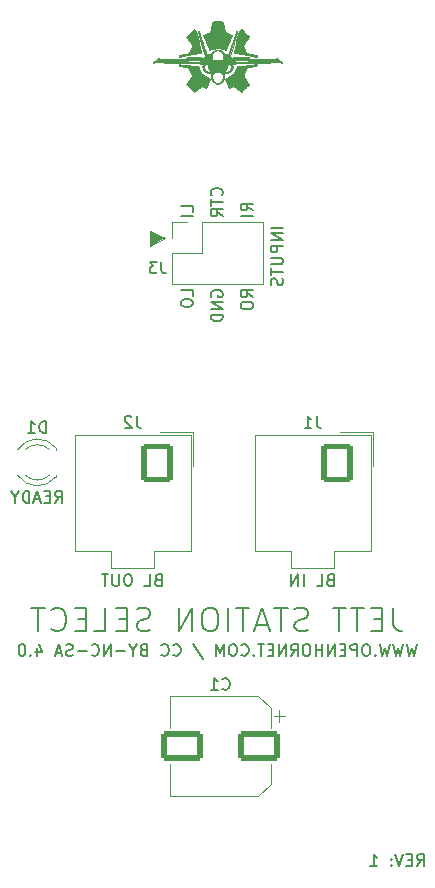
<source format=gbr>
%TF.GenerationSoftware,KiCad,Pcbnew,(6.0.9)*%
%TF.CreationDate,2023-01-27T20:48:09-09:00*%
%TF.ProjectId,JETT STATION SELECT,4a455454-2053-4544-9154-494f4e205345,rev?*%
%TF.SameCoordinates,Original*%
%TF.FileFunction,Legend,Bot*%
%TF.FilePolarity,Positive*%
%FSLAX46Y46*%
G04 Gerber Fmt 4.6, Leading zero omitted, Abs format (unit mm)*
G04 Created by KiCad (PCBNEW (6.0.9)) date 2023-01-27 20:48:09*
%MOMM*%
%LPD*%
G01*
G04 APERTURE LIST*
G04 Aperture macros list*
%AMRoundRect*
0 Rectangle with rounded corners*
0 $1 Rounding radius*
0 $2 $3 $4 $5 $6 $7 $8 $9 X,Y pos of 4 corners*
0 Add a 4 corners polygon primitive as box body*
4,1,4,$2,$3,$4,$5,$6,$7,$8,$9,$2,$3,0*
0 Add four circle primitives for the rounded corners*
1,1,$1+$1,$2,$3*
1,1,$1+$1,$4,$5*
1,1,$1+$1,$6,$7*
1,1,$1+$1,$8,$9*
0 Add four rect primitives between the rounded corners*
20,1,$1+$1,$2,$3,$4,$5,0*
20,1,$1+$1,$4,$5,$6,$7,0*
20,1,$1+$1,$6,$7,$8,$9,0*
20,1,$1+$1,$8,$9,$2,$3,0*%
G04 Aperture macros list end*
%ADD10C,0.150000*%
%ADD11C,0.200000*%
%ADD12C,0.100000*%
%ADD13C,0.120000*%
%ADD14C,0.010000*%
%ADD15RoundRect,0.250000X1.500000X1.000000X-1.500000X1.000000X-1.500000X-1.000000X1.500000X-1.000000X0*%
%ADD16RoundRect,0.250001X1.099999X1.399999X-1.099999X1.399999X-1.099999X-1.399999X1.099999X-1.399999X0*%
%ADD17O,2.700000X3.300000*%
%ADD18R,1.800000X1.800000*%
%ADD19C,1.800000*%
%ADD20C,1.700000*%
%ADD21O,1.700000X1.700000*%
%ADD22R,1.700000X1.700000*%
%ADD23C,2.500000*%
G04 APERTURE END LIST*
D10*
X153185755Y-81954677D02*
X152709565Y-81621344D01*
X153185755Y-81383249D02*
X152185755Y-81383249D01*
X152185755Y-81764201D01*
X152233375Y-81859439D01*
X152280994Y-81907058D01*
X152376232Y-81954677D01*
X152519089Y-81954677D01*
X152614327Y-81907058D01*
X152661946Y-81859439D01*
X152709565Y-81764201D01*
X152709565Y-81383249D01*
X153185755Y-82383249D02*
X152185755Y-82383249D01*
X153185755Y-89288963D02*
X152709565Y-88955629D01*
X153185755Y-88717534D02*
X152185755Y-88717534D01*
X152185755Y-89098487D01*
X152233375Y-89193725D01*
X152280994Y-89241344D01*
X152376232Y-89288963D01*
X152519089Y-89288963D01*
X152614327Y-89241344D01*
X152661946Y-89193725D01*
X152709565Y-89098487D01*
X152709565Y-88717534D01*
X152185755Y-89908010D02*
X152185755Y-90098487D01*
X152233375Y-90193725D01*
X152328613Y-90288963D01*
X152519089Y-90336582D01*
X152852422Y-90336582D01*
X153042898Y-90288963D01*
X153138136Y-90193725D01*
X153185755Y-90098487D01*
X153185755Y-89908010D01*
X153138136Y-89812772D01*
X153042898Y-89717534D01*
X152852422Y-89669915D01*
X152519089Y-89669915D01*
X152328613Y-89717534D01*
X152233375Y-89812772D01*
X152185755Y-89908010D01*
X149693375Y-89249344D02*
X149645755Y-89154106D01*
X149645755Y-89011249D01*
X149693375Y-88868391D01*
X149788613Y-88773153D01*
X149883851Y-88725534D01*
X150074327Y-88677915D01*
X150217184Y-88677915D01*
X150407660Y-88725534D01*
X150502898Y-88773153D01*
X150598136Y-88868391D01*
X150645755Y-89011249D01*
X150645755Y-89106487D01*
X150598136Y-89249344D01*
X150550517Y-89296963D01*
X150217184Y-89296963D01*
X150217184Y-89106487D01*
X150645755Y-89725534D02*
X149645755Y-89725534D01*
X150645755Y-90296963D01*
X149645755Y-90296963D01*
X150645755Y-90773153D02*
X149645755Y-90773153D01*
X149645755Y-91011249D01*
X149693375Y-91154106D01*
X149788613Y-91249344D01*
X149883851Y-91296963D01*
X150074327Y-91344582D01*
X150217184Y-91344582D01*
X150407660Y-91296963D01*
X150502898Y-91249344D01*
X150598136Y-91154106D01*
X150645755Y-91011249D01*
X150645755Y-90773153D01*
X148105755Y-89161963D02*
X148105755Y-88685772D01*
X147105755Y-88685772D01*
X147105755Y-89685772D02*
X147105755Y-89876249D01*
X147153375Y-89971487D01*
X147248613Y-90066725D01*
X147439089Y-90114344D01*
X147772422Y-90114344D01*
X147962898Y-90066725D01*
X148058136Y-89971487D01*
X148105755Y-89876249D01*
X148105755Y-89685772D01*
X148058136Y-89590534D01*
X147962898Y-89495296D01*
X147772422Y-89447677D01*
X147439089Y-89447677D01*
X147248613Y-89495296D01*
X147153375Y-89590534D01*
X147105755Y-89685772D01*
X150550517Y-80676820D02*
X150598136Y-80629201D01*
X150645755Y-80486344D01*
X150645755Y-80391106D01*
X150598136Y-80248249D01*
X150502898Y-80153010D01*
X150407660Y-80105391D01*
X150217184Y-80057772D01*
X150074327Y-80057772D01*
X149883851Y-80105391D01*
X149788613Y-80153010D01*
X149693375Y-80248249D01*
X149645755Y-80391106D01*
X149645755Y-80486344D01*
X149693375Y-80629201D01*
X149740994Y-80676820D01*
X149645755Y-80962534D02*
X149645755Y-81533963D01*
X150645755Y-81248249D02*
X149645755Y-81248249D01*
X150645755Y-82438725D02*
X150169565Y-82105391D01*
X150645755Y-81867296D02*
X149645755Y-81867296D01*
X149645755Y-82248249D01*
X149693375Y-82343487D01*
X149740994Y-82391106D01*
X149836232Y-82438725D01*
X149979089Y-82438725D01*
X150074327Y-82391106D01*
X150121946Y-82343487D01*
X150169565Y-82248249D01*
X150169565Y-81867296D01*
X148105755Y-82081677D02*
X148105755Y-81605487D01*
X147105755Y-81605487D01*
X148105755Y-82415010D02*
X147105755Y-82415010D01*
X167074327Y-118673629D02*
X166836232Y-119673629D01*
X166645755Y-118959344D01*
X166455279Y-119673629D01*
X166217184Y-118673629D01*
X165931470Y-118673629D02*
X165693375Y-119673629D01*
X165502898Y-118959344D01*
X165312422Y-119673629D01*
X165074327Y-118673629D01*
X164788613Y-118673629D02*
X164550517Y-119673629D01*
X164360041Y-118959344D01*
X164169565Y-119673629D01*
X163931470Y-118673629D01*
X163550517Y-119578391D02*
X163502898Y-119626010D01*
X163550517Y-119673629D01*
X163598136Y-119626010D01*
X163550517Y-119578391D01*
X163550517Y-119673629D01*
X162883851Y-118673629D02*
X162693375Y-118673629D01*
X162598136Y-118721249D01*
X162502898Y-118816487D01*
X162455279Y-119006963D01*
X162455279Y-119340296D01*
X162502898Y-119530772D01*
X162598136Y-119626010D01*
X162693375Y-119673629D01*
X162883851Y-119673629D01*
X162979089Y-119626010D01*
X163074327Y-119530772D01*
X163121946Y-119340296D01*
X163121946Y-119006963D01*
X163074327Y-118816487D01*
X162979089Y-118721249D01*
X162883851Y-118673629D01*
X162026708Y-119673629D02*
X162026708Y-118673629D01*
X161645755Y-118673629D01*
X161550517Y-118721249D01*
X161502898Y-118768868D01*
X161455279Y-118864106D01*
X161455279Y-119006963D01*
X161502898Y-119102201D01*
X161550517Y-119149820D01*
X161645755Y-119197439D01*
X162026708Y-119197439D01*
X161026708Y-119149820D02*
X160693375Y-119149820D01*
X160550517Y-119673629D02*
X161026708Y-119673629D01*
X161026708Y-118673629D01*
X160550517Y-118673629D01*
X160121946Y-119673629D02*
X160121946Y-118673629D01*
X159550517Y-119673629D01*
X159550517Y-118673629D01*
X159074327Y-119673629D02*
X159074327Y-118673629D01*
X159074327Y-119149820D02*
X158502898Y-119149820D01*
X158502898Y-119673629D02*
X158502898Y-118673629D01*
X157836232Y-118673629D02*
X157645755Y-118673629D01*
X157550517Y-118721249D01*
X157455279Y-118816487D01*
X157407660Y-119006963D01*
X157407660Y-119340296D01*
X157455279Y-119530772D01*
X157550517Y-119626010D01*
X157645755Y-119673629D01*
X157836232Y-119673629D01*
X157931470Y-119626010D01*
X158026708Y-119530772D01*
X158074327Y-119340296D01*
X158074327Y-119006963D01*
X158026708Y-118816487D01*
X157931470Y-118721249D01*
X157836232Y-118673629D01*
X156407660Y-119673629D02*
X156740994Y-119197439D01*
X156979089Y-119673629D02*
X156979089Y-118673629D01*
X156598136Y-118673629D01*
X156502898Y-118721249D01*
X156455279Y-118768868D01*
X156407660Y-118864106D01*
X156407660Y-119006963D01*
X156455279Y-119102201D01*
X156502898Y-119149820D01*
X156598136Y-119197439D01*
X156979089Y-119197439D01*
X155979089Y-119673629D02*
X155979089Y-118673629D01*
X155407660Y-119673629D01*
X155407660Y-118673629D01*
X154931470Y-119149820D02*
X154598136Y-119149820D01*
X154455279Y-119673629D02*
X154931470Y-119673629D01*
X154931470Y-118673629D01*
X154455279Y-118673629D01*
X154169565Y-118673629D02*
X153598136Y-118673629D01*
X153883851Y-119673629D02*
X153883851Y-118673629D01*
X153264803Y-119578391D02*
X153217184Y-119626010D01*
X153264803Y-119673629D01*
X153312422Y-119626010D01*
X153264803Y-119578391D01*
X153264803Y-119673629D01*
X152217184Y-119578391D02*
X152264803Y-119626010D01*
X152407660Y-119673629D01*
X152502898Y-119673629D01*
X152645755Y-119626010D01*
X152740994Y-119530772D01*
X152788613Y-119435534D01*
X152836232Y-119245058D01*
X152836232Y-119102201D01*
X152788613Y-118911725D01*
X152740994Y-118816487D01*
X152645755Y-118721249D01*
X152502898Y-118673629D01*
X152407660Y-118673629D01*
X152264803Y-118721249D01*
X152217184Y-118768868D01*
X151598136Y-118673629D02*
X151407660Y-118673629D01*
X151312422Y-118721249D01*
X151217184Y-118816487D01*
X151169565Y-119006963D01*
X151169565Y-119340296D01*
X151217184Y-119530772D01*
X151312422Y-119626010D01*
X151407660Y-119673629D01*
X151598136Y-119673629D01*
X151693375Y-119626010D01*
X151788613Y-119530772D01*
X151836232Y-119340296D01*
X151836232Y-119006963D01*
X151788613Y-118816487D01*
X151693375Y-118721249D01*
X151598136Y-118673629D01*
X150740994Y-119673629D02*
X150740994Y-118673629D01*
X150407660Y-119387915D01*
X150074327Y-118673629D01*
X150074327Y-119673629D01*
X148121946Y-118626010D02*
X148979089Y-119911725D01*
X146455279Y-119578391D02*
X146502898Y-119626010D01*
X146645755Y-119673629D01*
X146740994Y-119673629D01*
X146883851Y-119626010D01*
X146979089Y-119530772D01*
X147026708Y-119435534D01*
X147074327Y-119245058D01*
X147074327Y-119102201D01*
X147026708Y-118911725D01*
X146979089Y-118816487D01*
X146883851Y-118721249D01*
X146740994Y-118673629D01*
X146645755Y-118673629D01*
X146502898Y-118721249D01*
X146455279Y-118768868D01*
X145455279Y-119578391D02*
X145502898Y-119626010D01*
X145645755Y-119673629D01*
X145740994Y-119673629D01*
X145883851Y-119626010D01*
X145979089Y-119530772D01*
X146026708Y-119435534D01*
X146074327Y-119245058D01*
X146074327Y-119102201D01*
X146026708Y-118911725D01*
X145979089Y-118816487D01*
X145883851Y-118721249D01*
X145740994Y-118673629D01*
X145645755Y-118673629D01*
X145502898Y-118721249D01*
X145455279Y-118768868D01*
X143931470Y-119149820D02*
X143788613Y-119197439D01*
X143740994Y-119245058D01*
X143693375Y-119340296D01*
X143693375Y-119483153D01*
X143740994Y-119578391D01*
X143788613Y-119626010D01*
X143883851Y-119673629D01*
X144264803Y-119673629D01*
X144264803Y-118673629D01*
X143931470Y-118673629D01*
X143836232Y-118721249D01*
X143788613Y-118768868D01*
X143740994Y-118864106D01*
X143740994Y-118959344D01*
X143788613Y-119054582D01*
X143836232Y-119102201D01*
X143931470Y-119149820D01*
X144264803Y-119149820D01*
X143074327Y-119197439D02*
X143074327Y-119673629D01*
X143407660Y-118673629D02*
X143074327Y-119197439D01*
X142740994Y-118673629D01*
X142407660Y-119292677D02*
X141645755Y-119292677D01*
X141169565Y-119673629D02*
X141169565Y-118673629D01*
X140598136Y-119673629D01*
X140598136Y-118673629D01*
X139550517Y-119578391D02*
X139598136Y-119626010D01*
X139740994Y-119673629D01*
X139836232Y-119673629D01*
X139979089Y-119626010D01*
X140074327Y-119530772D01*
X140121946Y-119435534D01*
X140169565Y-119245058D01*
X140169565Y-119102201D01*
X140121946Y-118911725D01*
X140074327Y-118816487D01*
X139979089Y-118721249D01*
X139836232Y-118673629D01*
X139740994Y-118673629D01*
X139598136Y-118721249D01*
X139550517Y-118768868D01*
X139121946Y-119292677D02*
X138360041Y-119292677D01*
X137931470Y-119626010D02*
X137788613Y-119673629D01*
X137550517Y-119673629D01*
X137455279Y-119626010D01*
X137407660Y-119578391D01*
X137360041Y-119483153D01*
X137360041Y-119387915D01*
X137407660Y-119292677D01*
X137455279Y-119245058D01*
X137550517Y-119197439D01*
X137740994Y-119149820D01*
X137836232Y-119102201D01*
X137883851Y-119054582D01*
X137931470Y-118959344D01*
X137931470Y-118864106D01*
X137883851Y-118768868D01*
X137836232Y-118721249D01*
X137740994Y-118673629D01*
X137502898Y-118673629D01*
X137360041Y-118721249D01*
X136979089Y-119387915D02*
X136502898Y-119387915D01*
X137074327Y-119673629D02*
X136740994Y-118673629D01*
X136407660Y-119673629D01*
X134883851Y-119006963D02*
X134883851Y-119673629D01*
X135121946Y-118626010D02*
X135360041Y-119340296D01*
X134740994Y-119340296D01*
X134360041Y-119578391D02*
X134312422Y-119626010D01*
X134360041Y-119673629D01*
X134407660Y-119626010D01*
X134360041Y-119578391D01*
X134360041Y-119673629D01*
X133693375Y-118673629D02*
X133598136Y-118673629D01*
X133502898Y-118721249D01*
X133455279Y-118768868D01*
X133407660Y-118864106D01*
X133360041Y-119054582D01*
X133360041Y-119292677D01*
X133407660Y-119483153D01*
X133455279Y-119578391D01*
X133502898Y-119626010D01*
X133598136Y-119673629D01*
X133693375Y-119673629D01*
X133788613Y-119626010D01*
X133836232Y-119578391D01*
X133883851Y-119483153D01*
X133931470Y-119292677D01*
X133931470Y-119054582D01*
X133883851Y-118864106D01*
X133836232Y-118768868D01*
X133788613Y-118721249D01*
X133693375Y-118673629D01*
X167100041Y-137453629D02*
X167433375Y-136977439D01*
X167671470Y-137453629D02*
X167671470Y-136453629D01*
X167290517Y-136453629D01*
X167195279Y-136501249D01*
X167147660Y-136548868D01*
X167100041Y-136644106D01*
X167100041Y-136786963D01*
X167147660Y-136882201D01*
X167195279Y-136929820D01*
X167290517Y-136977439D01*
X167671470Y-136977439D01*
X166671470Y-136929820D02*
X166338136Y-136929820D01*
X166195279Y-137453629D02*
X166671470Y-137453629D01*
X166671470Y-136453629D01*
X166195279Y-136453629D01*
X165909565Y-136453629D02*
X165576232Y-137453629D01*
X165242898Y-136453629D01*
X164909565Y-137358391D02*
X164861946Y-137406010D01*
X164909565Y-137453629D01*
X164957184Y-137406010D01*
X164909565Y-137358391D01*
X164909565Y-137453629D01*
X164909565Y-136834582D02*
X164861946Y-136882201D01*
X164909565Y-136929820D01*
X164957184Y-136882201D01*
X164909565Y-136834582D01*
X164909565Y-136929820D01*
X163147660Y-137453629D02*
X163719089Y-137453629D01*
X163433375Y-137453629D02*
X163433375Y-136453629D01*
X163528613Y-136596487D01*
X163623851Y-136691725D01*
X163719089Y-136739344D01*
D11*
X165098136Y-115586010D02*
X165098136Y-117014582D01*
X165193375Y-117300296D01*
X165383851Y-117490772D01*
X165669565Y-117586010D01*
X165860041Y-117586010D01*
X164145755Y-116538391D02*
X163479089Y-116538391D01*
X163193375Y-117586010D02*
X164145755Y-117586010D01*
X164145755Y-115586010D01*
X163193375Y-115586010D01*
X162621946Y-115586010D02*
X161479089Y-115586010D01*
X162050517Y-117586010D02*
X162050517Y-115586010D01*
X161098136Y-115586010D02*
X159955279Y-115586010D01*
X160526708Y-117586010D02*
X160526708Y-115586010D01*
X157860041Y-117490772D02*
X157574327Y-117586010D01*
X157098136Y-117586010D01*
X156907660Y-117490772D01*
X156812422Y-117395534D01*
X156717184Y-117205058D01*
X156717184Y-117014582D01*
X156812422Y-116824106D01*
X156907660Y-116728868D01*
X157098136Y-116633629D01*
X157479089Y-116538391D01*
X157669565Y-116443153D01*
X157764803Y-116347915D01*
X157860041Y-116157439D01*
X157860041Y-115966963D01*
X157764803Y-115776487D01*
X157669565Y-115681249D01*
X157479089Y-115586010D01*
X157002898Y-115586010D01*
X156717184Y-115681249D01*
X156145755Y-115586010D02*
X155002898Y-115586010D01*
X155574327Y-117586010D02*
X155574327Y-115586010D01*
X154431470Y-117014582D02*
X153479089Y-117014582D01*
X154621946Y-117586010D02*
X153955279Y-115586010D01*
X153288613Y-117586010D01*
X152907660Y-115586010D02*
X151764803Y-115586010D01*
X152336232Y-117586010D02*
X152336232Y-115586010D01*
X151098136Y-117586010D02*
X151098136Y-115586010D01*
X149764803Y-115586010D02*
X149383851Y-115586010D01*
X149193375Y-115681249D01*
X149002898Y-115871725D01*
X148907660Y-116252677D01*
X148907660Y-116919344D01*
X149002898Y-117300296D01*
X149193375Y-117490772D01*
X149383851Y-117586010D01*
X149764803Y-117586010D01*
X149955279Y-117490772D01*
X150145755Y-117300296D01*
X150240994Y-116919344D01*
X150240994Y-116252677D01*
X150145755Y-115871725D01*
X149955279Y-115681249D01*
X149764803Y-115586010D01*
X148050517Y-117586010D02*
X148050517Y-115586010D01*
X146907660Y-117586010D01*
X146907660Y-115586010D01*
X144526708Y-117490772D02*
X144240994Y-117586010D01*
X143764803Y-117586010D01*
X143574327Y-117490772D01*
X143479089Y-117395534D01*
X143383851Y-117205058D01*
X143383851Y-117014582D01*
X143479089Y-116824106D01*
X143574327Y-116728868D01*
X143764803Y-116633629D01*
X144145755Y-116538391D01*
X144336232Y-116443153D01*
X144431470Y-116347915D01*
X144526708Y-116157439D01*
X144526708Y-115966963D01*
X144431470Y-115776487D01*
X144336232Y-115681249D01*
X144145755Y-115586010D01*
X143669565Y-115586010D01*
X143383851Y-115681249D01*
X142526708Y-116538391D02*
X141860041Y-116538391D01*
X141574327Y-117586010D02*
X142526708Y-117586010D01*
X142526708Y-115586010D01*
X141574327Y-115586010D01*
X139764803Y-117586010D02*
X140717184Y-117586010D01*
X140717184Y-115586010D01*
X139098136Y-116538391D02*
X138431470Y-116538391D01*
X138145755Y-117586010D02*
X139098136Y-117586010D01*
X139098136Y-115586010D01*
X138145755Y-115586010D01*
X136145755Y-117395534D02*
X136240994Y-117490772D01*
X136526708Y-117586010D01*
X136717184Y-117586010D01*
X137002898Y-117490772D01*
X137193375Y-117300296D01*
X137288613Y-117109820D01*
X137383851Y-116728868D01*
X137383851Y-116443153D01*
X137288613Y-116062201D01*
X137193375Y-115871725D01*
X137002898Y-115681249D01*
X136717184Y-115586010D01*
X136526708Y-115586010D01*
X136240994Y-115681249D01*
X136145755Y-115776487D01*
X135574327Y-115586010D02*
X134431470Y-115586010D01*
X135002898Y-117586010D02*
X135002898Y-115586010D01*
D12*
G36*
X145748375Y-84296249D02*
G01*
X144478375Y-84931249D01*
X144478375Y-83661249D01*
X145748375Y-84296249D01*
G37*
X145748375Y-84296249D02*
X144478375Y-84931249D01*
X144478375Y-83661249D01*
X145748375Y-84296249D01*
D10*
%TO.C,C1*%
X150614041Y-122442891D02*
X150661660Y-122490510D01*
X150804517Y-122538129D01*
X150899755Y-122538129D01*
X151042613Y-122490510D01*
X151137851Y-122395272D01*
X151185470Y-122300034D01*
X151233089Y-122109558D01*
X151233089Y-121966701D01*
X151185470Y-121776225D01*
X151137851Y-121680987D01*
X151042613Y-121585749D01*
X150899755Y-121538129D01*
X150804517Y-121538129D01*
X150661660Y-121585749D01*
X150614041Y-121633368D01*
X149661660Y-122538129D02*
X150233089Y-122538129D01*
X149947375Y-122538129D02*
X149947375Y-121538129D01*
X150042613Y-121680987D01*
X150137851Y-121776225D01*
X150233089Y-121823844D01*
%TO.C,J2*%
X143346708Y-99348629D02*
X143346708Y-100062915D01*
X143394327Y-100205772D01*
X143489565Y-100301010D01*
X143632422Y-100348629D01*
X143727660Y-100348629D01*
X142918136Y-99443868D02*
X142870517Y-99396249D01*
X142775279Y-99348629D01*
X142537184Y-99348629D01*
X142441946Y-99396249D01*
X142394327Y-99443868D01*
X142346708Y-99539106D01*
X142346708Y-99634344D01*
X142394327Y-99777201D01*
X142965755Y-100348629D01*
X142346708Y-100348629D01*
X145156232Y-113224820D02*
X145013375Y-113272439D01*
X144965755Y-113320058D01*
X144918136Y-113415296D01*
X144918136Y-113558153D01*
X144965755Y-113653391D01*
X145013375Y-113701010D01*
X145108613Y-113748629D01*
X145489565Y-113748629D01*
X145489565Y-112748629D01*
X145156232Y-112748629D01*
X145060994Y-112796249D01*
X145013375Y-112843868D01*
X144965755Y-112939106D01*
X144965755Y-113034344D01*
X145013375Y-113129582D01*
X145060994Y-113177201D01*
X145156232Y-113224820D01*
X145489565Y-113224820D01*
X144013375Y-113748629D02*
X144489565Y-113748629D01*
X144489565Y-112748629D01*
X142727660Y-112748629D02*
X142537184Y-112748629D01*
X142441946Y-112796249D01*
X142346708Y-112891487D01*
X142299089Y-113081963D01*
X142299089Y-113415296D01*
X142346708Y-113605772D01*
X142441946Y-113701010D01*
X142537184Y-113748629D01*
X142727660Y-113748629D01*
X142822898Y-113701010D01*
X142918136Y-113605772D01*
X142965755Y-113415296D01*
X142965755Y-113081963D01*
X142918136Y-112891487D01*
X142822898Y-112796249D01*
X142727660Y-112748629D01*
X141870517Y-112748629D02*
X141870517Y-113558153D01*
X141822898Y-113653391D01*
X141775279Y-113701010D01*
X141680041Y-113748629D01*
X141489565Y-113748629D01*
X141394327Y-113701010D01*
X141346708Y-113653391D01*
X141299089Y-113558153D01*
X141299089Y-112748629D01*
X140965755Y-112748629D02*
X140394327Y-112748629D01*
X140680041Y-113748629D02*
X140680041Y-112748629D01*
%TO.C,J1*%
X158586708Y-99348629D02*
X158586708Y-100062915D01*
X158634327Y-100205772D01*
X158729565Y-100301010D01*
X158872422Y-100348629D01*
X158967660Y-100348629D01*
X157586708Y-100348629D02*
X158158136Y-100348629D01*
X157872422Y-100348629D02*
X157872422Y-99348629D01*
X157967660Y-99491487D01*
X158062898Y-99586725D01*
X158158136Y-99634344D01*
X159729565Y-113224820D02*
X159586708Y-113272439D01*
X159539089Y-113320058D01*
X159491470Y-113415296D01*
X159491470Y-113558153D01*
X159539089Y-113653391D01*
X159586708Y-113701010D01*
X159681946Y-113748629D01*
X160062898Y-113748629D01*
X160062898Y-112748629D01*
X159729565Y-112748629D01*
X159634327Y-112796249D01*
X159586708Y-112843868D01*
X159539089Y-112939106D01*
X159539089Y-113034344D01*
X159586708Y-113129582D01*
X159634327Y-113177201D01*
X159729565Y-113224820D01*
X160062898Y-113224820D01*
X158586708Y-113748629D02*
X159062898Y-113748629D01*
X159062898Y-112748629D01*
X157491470Y-113748629D02*
X157491470Y-112748629D01*
X157015279Y-113748629D02*
X157015279Y-112748629D01*
X156443851Y-113748629D01*
X156443851Y-112748629D01*
%TO.C,D1*%
X135691470Y-100775129D02*
X135691470Y-99775129D01*
X135453375Y-99775129D01*
X135310517Y-99822749D01*
X135215279Y-99917987D01*
X135167660Y-100013225D01*
X135120041Y-100203701D01*
X135120041Y-100346558D01*
X135167660Y-100537034D01*
X135215279Y-100632272D01*
X135310517Y-100727510D01*
X135453375Y-100775129D01*
X135691470Y-100775129D01*
X134167660Y-100775129D02*
X134739089Y-100775129D01*
X134453375Y-100775129D02*
X134453375Y-99775129D01*
X134548613Y-99917987D01*
X134643851Y-100013225D01*
X134739089Y-100060844D01*
X136453375Y-106695129D02*
X136786708Y-106218939D01*
X137024803Y-106695129D02*
X137024803Y-105695129D01*
X136643851Y-105695129D01*
X136548613Y-105742749D01*
X136500994Y-105790368D01*
X136453375Y-105885606D01*
X136453375Y-106028463D01*
X136500994Y-106123701D01*
X136548613Y-106171320D01*
X136643851Y-106218939D01*
X137024803Y-106218939D01*
X136024803Y-106171320D02*
X135691470Y-106171320D01*
X135548613Y-106695129D02*
X136024803Y-106695129D01*
X136024803Y-105695129D01*
X135548613Y-105695129D01*
X135167660Y-106409415D02*
X134691470Y-106409415D01*
X135262898Y-106695129D02*
X134929565Y-105695129D01*
X134596232Y-106695129D01*
X134262898Y-106695129D02*
X134262898Y-105695129D01*
X134024803Y-105695129D01*
X133881946Y-105742749D01*
X133786708Y-105837987D01*
X133739089Y-105933225D01*
X133691470Y-106123701D01*
X133691470Y-106266558D01*
X133739089Y-106457034D01*
X133786708Y-106552272D01*
X133881946Y-106647510D01*
X134024803Y-106695129D01*
X134262898Y-106695129D01*
X133072422Y-106218939D02*
X133072422Y-106695129D01*
X133405755Y-105695129D02*
X133072422Y-106218939D01*
X132739089Y-105695129D01*
%TO.C,J3*%
X145446708Y-86288629D02*
X145446708Y-87002915D01*
X145494327Y-87145772D01*
X145589565Y-87241010D01*
X145732422Y-87288629D01*
X145827660Y-87288629D01*
X145065755Y-86288629D02*
X144446708Y-86288629D01*
X144780041Y-86669582D01*
X144637184Y-86669582D01*
X144541946Y-86717201D01*
X144494327Y-86764820D01*
X144446708Y-86860058D01*
X144446708Y-87098153D01*
X144494327Y-87193391D01*
X144541946Y-87241010D01*
X144637184Y-87288629D01*
X144922898Y-87288629D01*
X145018136Y-87241010D01*
X145065755Y-87193391D01*
X155725755Y-83415487D02*
X154725755Y-83415487D01*
X155725755Y-83891677D02*
X154725755Y-83891677D01*
X155725755Y-84463106D01*
X154725755Y-84463106D01*
X155725755Y-84939296D02*
X154725755Y-84939296D01*
X154725755Y-85320249D01*
X154773375Y-85415487D01*
X154820994Y-85463106D01*
X154916232Y-85510725D01*
X155059089Y-85510725D01*
X155154327Y-85463106D01*
X155201946Y-85415487D01*
X155249565Y-85320249D01*
X155249565Y-84939296D01*
X154725755Y-85939296D02*
X155535279Y-85939296D01*
X155630517Y-85986915D01*
X155678136Y-86034534D01*
X155725755Y-86129772D01*
X155725755Y-86320249D01*
X155678136Y-86415487D01*
X155630517Y-86463106D01*
X155535279Y-86510725D01*
X154725755Y-86510725D01*
X154725755Y-86844058D02*
X154725755Y-87415487D01*
X155725755Y-87129772D02*
X154725755Y-87129772D01*
X155678136Y-87701201D02*
X155725755Y-87844058D01*
X155725755Y-88082153D01*
X155678136Y-88177391D01*
X155630517Y-88225010D01*
X155535279Y-88272629D01*
X155440041Y-88272629D01*
X155344803Y-88225010D01*
X155297184Y-88177391D01*
X155249565Y-88082153D01*
X155201946Y-87891677D01*
X155154327Y-87796439D01*
X155106708Y-87748820D01*
X155011470Y-87701201D01*
X154916232Y-87701201D01*
X154820994Y-87748820D01*
X154773375Y-87796439D01*
X154725755Y-87891677D01*
X154725755Y-88129772D01*
X154773375Y-88272629D01*
D13*
%TO.C,C1*%
X154707375Y-130481312D02*
X154707375Y-128795749D01*
X153642938Y-131545749D02*
X146187375Y-131545749D01*
X154707375Y-130481312D02*
X153642938Y-131545749D01*
X155447375Y-124275749D02*
X155447375Y-125275749D01*
X146187375Y-123025749D02*
X146187375Y-125775749D01*
X154707375Y-124090186D02*
X153642938Y-123025749D01*
X146187375Y-131545749D02*
X146187375Y-128795749D01*
X155947375Y-124775749D02*
X154947375Y-124775749D01*
X153642938Y-123025749D02*
X146187375Y-123025749D01*
X154707375Y-124090186D02*
X154707375Y-125775749D01*
%TO.C,J2*%
X141203375Y-112206249D02*
X143013375Y-112206249D01*
X138103375Y-100986249D02*
X138103375Y-110806249D01*
X144823375Y-112206249D02*
X143013375Y-112206249D01*
X144823375Y-110806249D02*
X144823375Y-112206249D01*
X147923375Y-100986249D02*
X147923375Y-110806249D01*
X141203375Y-110806249D02*
X141203375Y-112206249D01*
X145313375Y-100746249D02*
X148163375Y-100746249D01*
X148163375Y-100746249D02*
X148163375Y-103596249D01*
X147923375Y-110806249D02*
X144823375Y-110806249D01*
X138103375Y-110806249D02*
X141203375Y-110806249D01*
X143013375Y-100986249D02*
X147923375Y-100986249D01*
X143013375Y-100986249D02*
X138103375Y-100986249D01*
%TO.C,J1*%
X156443375Y-112206249D02*
X158253375Y-112206249D01*
X153343375Y-100986249D02*
X153343375Y-110806249D01*
X160063375Y-112206249D02*
X158253375Y-112206249D01*
X160063375Y-110806249D02*
X160063375Y-112206249D01*
X163163375Y-100986249D02*
X163163375Y-110806249D01*
X156443375Y-110806249D02*
X156443375Y-112206249D01*
X160553375Y-100746249D02*
X163403375Y-100746249D01*
X163403375Y-100746249D02*
X163403375Y-103596249D01*
X163163375Y-110806249D02*
X160063375Y-110806249D01*
X153343375Y-110806249D02*
X156443375Y-110806249D01*
X158253375Y-100986249D02*
X163163375Y-100986249D01*
X158253375Y-100986249D02*
X153343375Y-100986249D01*
%TO.C,D1*%
X136513375Y-102046749D02*
X136513375Y-102202749D01*
X136513375Y-104362749D02*
X136513375Y-104518749D01*
X135994336Y-102202749D02*
G75*
G03*
X133912245Y-102202912I-1040961J-1080000D01*
G01*
X133281040Y-104361357D02*
G75*
G03*
X136513375Y-104518265I1672335J1078608D01*
G01*
X133912245Y-104362586D02*
G75*
G03*
X135994336Y-104362749I1041130J1079837D01*
G01*
X136513375Y-102047233D02*
G75*
G03*
X133281040Y-102204141I-1560000J-1235516D01*
G01*
%TO.C,LOGO1*%
G36*
X153500425Y-69574204D02*
G01*
X153503126Y-69575955D01*
X153504801Y-69580596D01*
X153505692Y-69589523D01*
X153506038Y-69604129D01*
X153506079Y-69625807D01*
X153505945Y-69641935D01*
X153505029Y-69663461D01*
X153502888Y-69679031D01*
X153499108Y-69690212D01*
X153493275Y-69698570D01*
X153484975Y-69705673D01*
X153484237Y-69706103D01*
X153478218Y-69708224D01*
X153466793Y-69711234D01*
X153449668Y-69715191D01*
X153426550Y-69720154D01*
X153397147Y-69726180D01*
X153361164Y-69733328D01*
X153318309Y-69741657D01*
X153268289Y-69751225D01*
X153210810Y-69762090D01*
X153145580Y-69774311D01*
X153072306Y-69787947D01*
X153049378Y-69792206D01*
X152992953Y-69802721D01*
X152939050Y-69812814D01*
X152888250Y-69822375D01*
X152841132Y-69831291D01*
X152798278Y-69839452D01*
X152760268Y-69846746D01*
X152727681Y-69853063D01*
X152701100Y-69858291D01*
X152681103Y-69862318D01*
X152668272Y-69865034D01*
X152663187Y-69866327D01*
X152662232Y-69866892D01*
X152654397Y-69873344D01*
X152645636Y-69882592D01*
X152643725Y-69885824D01*
X152638544Y-69896680D01*
X152630789Y-69914166D01*
X152620751Y-69937560D01*
X152608718Y-69966139D01*
X152594982Y-69999179D01*
X152579831Y-70035958D01*
X152563557Y-70075752D01*
X152546449Y-70117840D01*
X152528796Y-70161498D01*
X152510890Y-70206002D01*
X152493019Y-70250631D01*
X152475474Y-70294661D01*
X152458545Y-70337369D01*
X152442521Y-70378032D01*
X152427694Y-70415928D01*
X152414352Y-70450333D01*
X152402785Y-70480524D01*
X152393284Y-70505779D01*
X152386139Y-70525374D01*
X152381639Y-70538588D01*
X152380075Y-70544696D01*
X152381766Y-70556885D01*
X152385868Y-70569976D01*
X152385996Y-70570254D01*
X152389774Y-70576580D01*
X152397934Y-70589244D01*
X152410092Y-70607676D01*
X152425864Y-70631305D01*
X152444865Y-70659561D01*
X152466711Y-70691875D01*
X152491017Y-70727676D01*
X152517399Y-70766393D01*
X152545473Y-70807458D01*
X152574854Y-70850299D01*
X152601808Y-70889545D01*
X152632023Y-70933560D01*
X152661396Y-70976364D01*
X152689431Y-71017236D01*
X152715636Y-71055457D01*
X152739515Y-71090304D01*
X152760574Y-71121056D01*
X152778320Y-71146994D01*
X152792258Y-71167397D01*
X152801895Y-71181542D01*
X152804018Y-71184671D01*
X152820549Y-71209474D01*
X152832544Y-71228758D01*
X152840436Y-71243694D01*
X152844660Y-71255452D01*
X152845649Y-71265203D01*
X152843840Y-71274118D01*
X152839664Y-71283367D01*
X152839645Y-71283402D01*
X152835743Y-71288024D01*
X152826331Y-71298093D01*
X152811909Y-71313109D01*
X152792973Y-71332576D01*
X152770023Y-71355994D01*
X152743557Y-71382865D01*
X152714074Y-71412691D01*
X152682070Y-71444973D01*
X152648046Y-71479214D01*
X152612499Y-71514914D01*
X152575928Y-71551577D01*
X152538830Y-71588702D01*
X152501705Y-71625793D01*
X152465050Y-71662350D01*
X152429365Y-71697876D01*
X152395147Y-71731871D01*
X152362894Y-71763839D01*
X152333105Y-71793280D01*
X152306279Y-71819696D01*
X152282913Y-71842589D01*
X152263507Y-71861461D01*
X152248558Y-71875813D01*
X152238564Y-71885147D01*
X152234025Y-71888964D01*
X152233138Y-71889446D01*
X152229273Y-71891444D01*
X152225418Y-71892897D01*
X152221135Y-71893540D01*
X152215987Y-71893108D01*
X152209538Y-71891335D01*
X152201349Y-71887957D01*
X152190985Y-71882707D01*
X152178009Y-71875322D01*
X152161982Y-71865535D01*
X152142469Y-71853082D01*
X152119032Y-71837697D01*
X152091234Y-71819115D01*
X152058639Y-71797070D01*
X152020809Y-71771299D01*
X151977307Y-71741534D01*
X151927697Y-71707512D01*
X151871541Y-71668967D01*
X151860798Y-71661594D01*
X151813775Y-71629359D01*
X151768715Y-71598531D01*
X151726119Y-71569448D01*
X151686488Y-71542450D01*
X151650324Y-71517877D01*
X151618127Y-71496068D01*
X151590399Y-71477362D01*
X151567640Y-71462100D01*
X151550352Y-71450620D01*
X151539035Y-71443263D01*
X151534191Y-71440367D01*
X151529997Y-71438888D01*
X151523525Y-71437380D01*
X151516451Y-71437115D01*
X151508015Y-71438403D01*
X151497459Y-71441555D01*
X151484021Y-71446882D01*
X151466943Y-71454697D01*
X151445465Y-71465310D01*
X151418827Y-71479031D01*
X151386269Y-71496174D01*
X151347032Y-71517049D01*
X151335966Y-71522936D01*
X151303244Y-71540159D01*
X151272833Y-71555901D01*
X151245588Y-71569735D01*
X151222363Y-71581236D01*
X151204015Y-71589978D01*
X151191399Y-71595535D01*
X151185371Y-71597482D01*
X151176442Y-71595791D01*
X151165562Y-71590074D01*
X151164880Y-71589246D01*
X151160677Y-71581538D01*
X151153430Y-71566244D01*
X151143225Y-71543569D01*
X151130149Y-71513716D01*
X151114291Y-71476891D01*
X151095737Y-71433297D01*
X151074576Y-71383138D01*
X151050895Y-71326618D01*
X151024781Y-71263943D01*
X150996323Y-71195315D01*
X150836034Y-70807965D01*
X150854902Y-70798166D01*
X150860181Y-70795363D01*
X150875767Y-70786775D01*
X150897073Y-70774764D01*
X150923371Y-70759755D01*
X150953939Y-70742174D01*
X150988050Y-70722447D01*
X151024981Y-70700999D01*
X151064005Y-70678257D01*
X151104399Y-70654645D01*
X151145438Y-70630590D01*
X151186396Y-70606518D01*
X151226549Y-70582854D01*
X151265172Y-70560024D01*
X151301540Y-70538453D01*
X151334929Y-70518568D01*
X151364613Y-70500794D01*
X151389868Y-70485557D01*
X151409969Y-70473282D01*
X151424190Y-70464395D01*
X151431808Y-70459323D01*
X151432301Y-70458957D01*
X151466060Y-70431451D01*
X151501268Y-70398508D01*
X151536485Y-70361779D01*
X151570274Y-70322919D01*
X151601196Y-70283580D01*
X151627811Y-70245416D01*
X151648682Y-70210081D01*
X151652616Y-70202323D01*
X151660642Y-70185762D01*
X151671042Y-70163739D01*
X151683422Y-70137132D01*
X151697388Y-70106817D01*
X151712546Y-70073671D01*
X151728500Y-70038570D01*
X151744858Y-70002393D01*
X151761225Y-69966015D01*
X151777207Y-69930314D01*
X151792409Y-69896166D01*
X151806437Y-69864449D01*
X151818897Y-69836039D01*
X151829395Y-69811812D01*
X151837537Y-69792647D01*
X151842928Y-69779420D01*
X151845175Y-69773007D01*
X151847764Y-69765399D01*
X151853552Y-69761036D01*
X151865113Y-69758578D01*
X151868169Y-69758184D01*
X151879817Y-69756785D01*
X151898959Y-69754542D01*
X151925096Y-69751514D01*
X151957733Y-69747755D01*
X151996373Y-69743323D01*
X152040517Y-69738273D01*
X152089670Y-69732662D01*
X152143334Y-69726545D01*
X152201012Y-69719980D01*
X152262207Y-69713022D01*
X152326422Y-69705727D01*
X152393159Y-69698153D01*
X152461923Y-69690354D01*
X152532215Y-69682388D01*
X152603539Y-69674310D01*
X152675397Y-69666177D01*
X152747294Y-69658045D01*
X152818730Y-69649970D01*
X152889210Y-69642009D01*
X152958237Y-69634217D01*
X153025313Y-69626651D01*
X153089941Y-69619367D01*
X153151624Y-69612422D01*
X153209866Y-69605871D01*
X153264168Y-69599771D01*
X153314035Y-69594178D01*
X153358969Y-69589148D01*
X153398472Y-69584738D01*
X153432049Y-69581004D01*
X153459201Y-69578002D01*
X153479432Y-69575787D01*
X153492245Y-69574418D01*
X153497142Y-69573948D01*
X153500425Y-69574204D01*
G37*
D14*
X153500425Y-69574204D02*
X153503126Y-69575955D01*
X153504801Y-69580596D01*
X153505692Y-69589523D01*
X153506038Y-69604129D01*
X153506079Y-69625807D01*
X153505945Y-69641935D01*
X153505029Y-69663461D01*
X153502888Y-69679031D01*
X153499108Y-69690212D01*
X153493275Y-69698570D01*
X153484975Y-69705673D01*
X153484237Y-69706103D01*
X153478218Y-69708224D01*
X153466793Y-69711234D01*
X153449668Y-69715191D01*
X153426550Y-69720154D01*
X153397147Y-69726180D01*
X153361164Y-69733328D01*
X153318309Y-69741657D01*
X153268289Y-69751225D01*
X153210810Y-69762090D01*
X153145580Y-69774311D01*
X153072306Y-69787947D01*
X153049378Y-69792206D01*
X152992953Y-69802721D01*
X152939050Y-69812814D01*
X152888250Y-69822375D01*
X152841132Y-69831291D01*
X152798278Y-69839452D01*
X152760268Y-69846746D01*
X152727681Y-69853063D01*
X152701100Y-69858291D01*
X152681103Y-69862318D01*
X152668272Y-69865034D01*
X152663187Y-69866327D01*
X152662232Y-69866892D01*
X152654397Y-69873344D01*
X152645636Y-69882592D01*
X152643725Y-69885824D01*
X152638544Y-69896680D01*
X152630789Y-69914166D01*
X152620751Y-69937560D01*
X152608718Y-69966139D01*
X152594982Y-69999179D01*
X152579831Y-70035958D01*
X152563557Y-70075752D01*
X152546449Y-70117840D01*
X152528796Y-70161498D01*
X152510890Y-70206002D01*
X152493019Y-70250631D01*
X152475474Y-70294661D01*
X152458545Y-70337369D01*
X152442521Y-70378032D01*
X152427694Y-70415928D01*
X152414352Y-70450333D01*
X152402785Y-70480524D01*
X152393284Y-70505779D01*
X152386139Y-70525374D01*
X152381639Y-70538588D01*
X152380075Y-70544696D01*
X152381766Y-70556885D01*
X152385868Y-70569976D01*
X152385996Y-70570254D01*
X152389774Y-70576580D01*
X152397934Y-70589244D01*
X152410092Y-70607676D01*
X152425864Y-70631305D01*
X152444865Y-70659561D01*
X152466711Y-70691875D01*
X152491017Y-70727676D01*
X152517399Y-70766393D01*
X152545473Y-70807458D01*
X152574854Y-70850299D01*
X152601808Y-70889545D01*
X152632023Y-70933560D01*
X152661396Y-70976364D01*
X152689431Y-71017236D01*
X152715636Y-71055457D01*
X152739515Y-71090304D01*
X152760574Y-71121056D01*
X152778320Y-71146994D01*
X152792258Y-71167397D01*
X152801895Y-71181542D01*
X152804018Y-71184671D01*
X152820549Y-71209474D01*
X152832544Y-71228758D01*
X152840436Y-71243694D01*
X152844660Y-71255452D01*
X152845649Y-71265203D01*
X152843840Y-71274118D01*
X152839664Y-71283367D01*
X152839645Y-71283402D01*
X152835743Y-71288024D01*
X152826331Y-71298093D01*
X152811909Y-71313109D01*
X152792973Y-71332576D01*
X152770023Y-71355994D01*
X152743557Y-71382865D01*
X152714074Y-71412691D01*
X152682070Y-71444973D01*
X152648046Y-71479214D01*
X152612499Y-71514914D01*
X152575928Y-71551577D01*
X152538830Y-71588702D01*
X152501705Y-71625793D01*
X152465050Y-71662350D01*
X152429365Y-71697876D01*
X152395147Y-71731871D01*
X152362894Y-71763839D01*
X152333105Y-71793280D01*
X152306279Y-71819696D01*
X152282913Y-71842589D01*
X152263507Y-71861461D01*
X152248558Y-71875813D01*
X152238564Y-71885147D01*
X152234025Y-71888964D01*
X152233138Y-71889446D01*
X152229273Y-71891444D01*
X152225418Y-71892897D01*
X152221135Y-71893540D01*
X152215987Y-71893108D01*
X152209538Y-71891335D01*
X152201349Y-71887957D01*
X152190985Y-71882707D01*
X152178009Y-71875322D01*
X152161982Y-71865535D01*
X152142469Y-71853082D01*
X152119032Y-71837697D01*
X152091234Y-71819115D01*
X152058639Y-71797070D01*
X152020809Y-71771299D01*
X151977307Y-71741534D01*
X151927697Y-71707512D01*
X151871541Y-71668967D01*
X151860798Y-71661594D01*
X151813775Y-71629359D01*
X151768715Y-71598531D01*
X151726119Y-71569448D01*
X151686488Y-71542450D01*
X151650324Y-71517877D01*
X151618127Y-71496068D01*
X151590399Y-71477362D01*
X151567640Y-71462100D01*
X151550352Y-71450620D01*
X151539035Y-71443263D01*
X151534191Y-71440367D01*
X151529997Y-71438888D01*
X151523525Y-71437380D01*
X151516451Y-71437115D01*
X151508015Y-71438403D01*
X151497459Y-71441555D01*
X151484021Y-71446882D01*
X151466943Y-71454697D01*
X151445465Y-71465310D01*
X151418827Y-71479031D01*
X151386269Y-71496174D01*
X151347032Y-71517049D01*
X151335966Y-71522936D01*
X151303244Y-71540159D01*
X151272833Y-71555901D01*
X151245588Y-71569735D01*
X151222363Y-71581236D01*
X151204015Y-71589978D01*
X151191399Y-71595535D01*
X151185371Y-71597482D01*
X151176442Y-71595791D01*
X151165562Y-71590074D01*
X151164880Y-71589246D01*
X151160677Y-71581538D01*
X151153430Y-71566244D01*
X151143225Y-71543569D01*
X151130149Y-71513716D01*
X151114291Y-71476891D01*
X151095737Y-71433297D01*
X151074576Y-71383138D01*
X151050895Y-71326618D01*
X151024781Y-71263943D01*
X150996323Y-71195315D01*
X150836034Y-70807965D01*
X150854902Y-70798166D01*
X150860181Y-70795363D01*
X150875767Y-70786775D01*
X150897073Y-70774764D01*
X150923371Y-70759755D01*
X150953939Y-70742174D01*
X150988050Y-70722447D01*
X151024981Y-70700999D01*
X151064005Y-70678257D01*
X151104399Y-70654645D01*
X151145438Y-70630590D01*
X151186396Y-70606518D01*
X151226549Y-70582854D01*
X151265172Y-70560024D01*
X151301540Y-70538453D01*
X151334929Y-70518568D01*
X151364613Y-70500794D01*
X151389868Y-70485557D01*
X151409969Y-70473282D01*
X151424190Y-70464395D01*
X151431808Y-70459323D01*
X151432301Y-70458957D01*
X151466060Y-70431451D01*
X151501268Y-70398508D01*
X151536485Y-70361779D01*
X151570274Y-70322919D01*
X151601196Y-70283580D01*
X151627811Y-70245416D01*
X151648682Y-70210081D01*
X151652616Y-70202323D01*
X151660642Y-70185762D01*
X151671042Y-70163739D01*
X151683422Y-70137132D01*
X151697388Y-70106817D01*
X151712546Y-70073671D01*
X151728500Y-70038570D01*
X151744858Y-70002393D01*
X151761225Y-69966015D01*
X151777207Y-69930314D01*
X151792409Y-69896166D01*
X151806437Y-69864449D01*
X151818897Y-69836039D01*
X151829395Y-69811812D01*
X151837537Y-69792647D01*
X151842928Y-69779420D01*
X151845175Y-69773007D01*
X151847764Y-69765399D01*
X151853552Y-69761036D01*
X151865113Y-69758578D01*
X151868169Y-69758184D01*
X151879817Y-69756785D01*
X151898959Y-69754542D01*
X151925096Y-69751514D01*
X151957733Y-69747755D01*
X151996373Y-69743323D01*
X152040517Y-69738273D01*
X152089670Y-69732662D01*
X152143334Y-69726545D01*
X152201012Y-69719980D01*
X152262207Y-69713022D01*
X152326422Y-69705727D01*
X152393159Y-69698153D01*
X152461923Y-69690354D01*
X152532215Y-69682388D01*
X152603539Y-69674310D01*
X152675397Y-69666177D01*
X152747294Y-69658045D01*
X152818730Y-69649970D01*
X152889210Y-69642009D01*
X152958237Y-69634217D01*
X153025313Y-69626651D01*
X153089941Y-69619367D01*
X153151624Y-69612422D01*
X153209866Y-69605871D01*
X153264168Y-69599771D01*
X153314035Y-69594178D01*
X153358969Y-69589148D01*
X153398472Y-69584738D01*
X153432049Y-69581004D01*
X153459201Y-69578002D01*
X153479432Y-69575787D01*
X153492245Y-69574418D01*
X153497142Y-69573948D01*
X153500425Y-69574204D01*
G36*
X146916688Y-69573965D02*
G01*
X146923376Y-69574612D01*
X146937989Y-69576164D01*
X146960116Y-69578575D01*
X146989348Y-69581799D01*
X147025274Y-69585788D01*
X147067484Y-69590499D01*
X147115568Y-69595883D01*
X147169116Y-69601896D01*
X147227717Y-69608491D01*
X147290961Y-69615622D01*
X147358438Y-69623243D01*
X147429738Y-69631308D01*
X147504450Y-69639770D01*
X147582164Y-69648584D01*
X147662471Y-69657703D01*
X147744959Y-69667082D01*
X147762287Y-69669053D01*
X147844184Y-69678370D01*
X147923727Y-69687418D01*
X148000514Y-69696153D01*
X148074139Y-69704527D01*
X148144200Y-69712496D01*
X148210292Y-69720012D01*
X148272010Y-69727030D01*
X148328952Y-69733505D01*
X148380713Y-69739390D01*
X148426890Y-69744640D01*
X148467078Y-69749207D01*
X148500873Y-69753048D01*
X148527871Y-69756115D01*
X148547669Y-69758362D01*
X148559863Y-69759744D01*
X148564048Y-69760215D01*
X148564302Y-69760700D01*
X148566297Y-69766538D01*
X148569490Y-69776866D01*
X148572044Y-69783835D01*
X148577972Y-69798252D01*
X148586705Y-69818655D01*
X148597834Y-69844141D01*
X148610949Y-69873805D01*
X148625638Y-69906745D01*
X148641493Y-69942056D01*
X148658102Y-69978836D01*
X148675054Y-70016179D01*
X148691941Y-70053184D01*
X148708350Y-70088946D01*
X148723873Y-70122561D01*
X148738099Y-70153126D01*
X148750616Y-70179738D01*
X148761016Y-70201492D01*
X148768887Y-70217485D01*
X148773819Y-70226814D01*
X148785065Y-70245088D01*
X148811977Y-70283694D01*
X148843468Y-70323592D01*
X148877924Y-70362980D01*
X148913729Y-70400059D01*
X148949269Y-70433027D01*
X148982930Y-70460084D01*
X148988257Y-70463677D01*
X149001066Y-70471758D01*
X149019743Y-70483210D01*
X149043595Y-70497630D01*
X149071931Y-70514612D01*
X149104058Y-70533751D01*
X149139286Y-70554642D01*
X149176921Y-70576880D01*
X149216272Y-70600059D01*
X149256648Y-70623774D01*
X149297356Y-70647620D01*
X149337705Y-70671193D01*
X149377002Y-70694086D01*
X149414555Y-70715895D01*
X149449674Y-70736215D01*
X149481666Y-70754640D01*
X149509838Y-70770765D01*
X149533500Y-70784185D01*
X149551960Y-70794495D01*
X149564524Y-70801290D01*
X149570503Y-70804164D01*
X149574542Y-70806442D01*
X149576212Y-70811523D01*
X149568817Y-70829588D01*
X149546433Y-70884137D01*
X149523379Y-70940136D01*
X149499885Y-70997039D01*
X149476179Y-71054301D01*
X149452490Y-71111376D01*
X149429048Y-71167717D01*
X149406082Y-71222780D01*
X149383820Y-71276017D01*
X149362492Y-71326885D01*
X149342326Y-71374836D01*
X149323553Y-71419324D01*
X149306400Y-71459805D01*
X149291098Y-71495732D01*
X149277874Y-71526559D01*
X149266959Y-71551741D01*
X149258581Y-71570732D01*
X149252969Y-71582986D01*
X149250352Y-71587957D01*
X149242685Y-71593865D01*
X149229525Y-71597482D01*
X149226628Y-71596901D01*
X149215715Y-71592706D01*
X149197991Y-71584609D01*
X149173817Y-71572790D01*
X149143556Y-71557428D01*
X149107569Y-71538703D01*
X149066221Y-71516792D01*
X149052034Y-71509220D01*
X149016747Y-71490433D01*
X148987875Y-71475182D01*
X148964650Y-71463111D01*
X148946306Y-71453863D01*
X148932077Y-71447084D01*
X148921196Y-71442419D01*
X148912894Y-71439510D01*
X148906407Y-71438004D01*
X148900967Y-71437544D01*
X148895807Y-71437774D01*
X148894665Y-71437898D01*
X148890538Y-71438753D01*
X148885436Y-71440528D01*
X148878898Y-71443524D01*
X148870464Y-71448040D01*
X148859672Y-71454375D01*
X148846062Y-71462827D01*
X148829173Y-71473698D01*
X148808544Y-71487286D01*
X148783715Y-71503890D01*
X148754223Y-71523810D01*
X148719609Y-71547345D01*
X148679412Y-71574794D01*
X148633170Y-71606457D01*
X148580424Y-71642633D01*
X148554674Y-71660303D01*
X148509548Y-71691265D01*
X148466084Y-71721084D01*
X148424875Y-71749353D01*
X148386510Y-71775667D01*
X148351581Y-71799622D01*
X148320678Y-71820812D01*
X148294393Y-71838831D01*
X148273315Y-71853276D01*
X148258037Y-71863739D01*
X148249148Y-71869817D01*
X148242115Y-71874879D01*
X148234792Y-71880574D01*
X148228308Y-71885594D01*
X148222277Y-71889648D01*
X148216318Y-71892445D01*
X148210047Y-71893694D01*
X148203080Y-71893104D01*
X148195034Y-71890386D01*
X148185525Y-71885247D01*
X148174171Y-71877397D01*
X148160589Y-71866545D01*
X148144393Y-71852400D01*
X148125202Y-71834672D01*
X148102632Y-71813070D01*
X148076299Y-71787302D01*
X148045821Y-71757079D01*
X148010813Y-71722108D01*
X147970893Y-71682100D01*
X147925677Y-71636764D01*
X147874782Y-71585808D01*
X147835264Y-71546283D01*
X147789992Y-71500979D01*
X147750107Y-71461016D01*
X147715268Y-71426039D01*
X147685136Y-71395690D01*
X147659369Y-71369611D01*
X147637628Y-71347445D01*
X147619573Y-71328836D01*
X147604862Y-71313425D01*
X147593157Y-71300856D01*
X147584116Y-71290772D01*
X147577400Y-71282814D01*
X147572667Y-71276627D01*
X147569579Y-71271852D01*
X147567794Y-71268133D01*
X147566973Y-71265112D01*
X147566775Y-71262433D01*
X147570208Y-71245814D01*
X147580825Y-71226482D01*
X147584441Y-71221197D01*
X147592765Y-71209048D01*
X147605184Y-71190927D01*
X147621330Y-71167376D01*
X147640830Y-71138935D01*
X147663315Y-71106145D01*
X147688412Y-71069547D01*
X147715752Y-71029681D01*
X147744964Y-70987089D01*
X147775676Y-70942310D01*
X147807518Y-70895887D01*
X147836255Y-70853966D01*
X147866746Y-70809428D01*
X147895628Y-70767180D01*
X147922547Y-70727744D01*
X147947150Y-70691640D01*
X147969081Y-70659389D01*
X147987986Y-70631512D01*
X148003513Y-70608528D01*
X148015306Y-70590961D01*
X148023011Y-70579329D01*
X148026275Y-70574153D01*
X148026574Y-70573562D01*
X148030699Y-70560768D01*
X148032415Y-70546569D01*
X148032132Y-70544282D01*
X148029559Y-70534747D01*
X148024254Y-70518771D01*
X148016150Y-70496180D01*
X148005182Y-70466805D01*
X147991285Y-70430472D01*
X147974393Y-70387010D01*
X147954441Y-70336248D01*
X147931365Y-70278014D01*
X147905097Y-70212136D01*
X147885083Y-70162104D01*
X147863844Y-70109142D01*
X147845294Y-70063115D01*
X147829203Y-70023513D01*
X147815340Y-69989825D01*
X147803474Y-69961540D01*
X147793374Y-69938149D01*
X147784809Y-69919140D01*
X147777548Y-69904002D01*
X147771359Y-69892226D01*
X147766013Y-69883301D01*
X147761277Y-69876716D01*
X147756921Y-69871960D01*
X147752714Y-69868524D01*
X147748424Y-69865896D01*
X147747403Y-69865570D01*
X147739248Y-69863719D01*
X147723574Y-69860487D01*
X147700962Y-69855985D01*
X147671992Y-69850326D01*
X147637244Y-69843620D01*
X147597298Y-69835978D01*
X147552735Y-69827511D01*
X147504134Y-69818331D01*
X147452076Y-69808548D01*
X147397140Y-69798275D01*
X147339907Y-69787621D01*
X147331575Y-69786073D01*
X147271760Y-69774906D01*
X147214988Y-69764216D01*
X147161789Y-69754107D01*
X147112692Y-69744684D01*
X147068225Y-69736051D01*
X147028916Y-69728310D01*
X146995294Y-69721567D01*
X146967887Y-69715925D01*
X146947225Y-69711489D01*
X146933835Y-69708361D01*
X146928246Y-69706647D01*
X146920117Y-69699598D01*
X146913616Y-69688575D01*
X146909376Y-69672928D01*
X146907071Y-69651408D01*
X146906375Y-69622768D01*
X146906408Y-69604730D01*
X146906701Y-69589810D01*
X146907548Y-69580712D01*
X146909242Y-69575995D01*
X146912078Y-69574220D01*
X146916350Y-69573948D01*
X146916688Y-69573965D01*
G37*
X146916688Y-69573965D02*
X146923376Y-69574612D01*
X146937989Y-69576164D01*
X146960116Y-69578575D01*
X146989348Y-69581799D01*
X147025274Y-69585788D01*
X147067484Y-69590499D01*
X147115568Y-69595883D01*
X147169116Y-69601896D01*
X147227717Y-69608491D01*
X147290961Y-69615622D01*
X147358438Y-69623243D01*
X147429738Y-69631308D01*
X147504450Y-69639770D01*
X147582164Y-69648584D01*
X147662471Y-69657703D01*
X147744959Y-69667082D01*
X147762287Y-69669053D01*
X147844184Y-69678370D01*
X147923727Y-69687418D01*
X148000514Y-69696153D01*
X148074139Y-69704527D01*
X148144200Y-69712496D01*
X148210292Y-69720012D01*
X148272010Y-69727030D01*
X148328952Y-69733505D01*
X148380713Y-69739390D01*
X148426890Y-69744640D01*
X148467078Y-69749207D01*
X148500873Y-69753048D01*
X148527871Y-69756115D01*
X148547669Y-69758362D01*
X148559863Y-69759744D01*
X148564048Y-69760215D01*
X148564302Y-69760700D01*
X148566297Y-69766538D01*
X148569490Y-69776866D01*
X148572044Y-69783835D01*
X148577972Y-69798252D01*
X148586705Y-69818655D01*
X148597834Y-69844141D01*
X148610949Y-69873805D01*
X148625638Y-69906745D01*
X148641493Y-69942056D01*
X148658102Y-69978836D01*
X148675054Y-70016179D01*
X148691941Y-70053184D01*
X148708350Y-70088946D01*
X148723873Y-70122561D01*
X148738099Y-70153126D01*
X148750616Y-70179738D01*
X148761016Y-70201492D01*
X148768887Y-70217485D01*
X148773819Y-70226814D01*
X148785065Y-70245088D01*
X148811977Y-70283694D01*
X148843468Y-70323592D01*
X148877924Y-70362980D01*
X148913729Y-70400059D01*
X148949269Y-70433027D01*
X148982930Y-70460084D01*
X148988257Y-70463677D01*
X149001066Y-70471758D01*
X149019743Y-70483210D01*
X149043595Y-70497630D01*
X149071931Y-70514612D01*
X149104058Y-70533751D01*
X149139286Y-70554642D01*
X149176921Y-70576880D01*
X149216272Y-70600059D01*
X149256648Y-70623774D01*
X149297356Y-70647620D01*
X149337705Y-70671193D01*
X149377002Y-70694086D01*
X149414555Y-70715895D01*
X149449674Y-70736215D01*
X149481666Y-70754640D01*
X149509838Y-70770765D01*
X149533500Y-70784185D01*
X149551960Y-70794495D01*
X149564524Y-70801290D01*
X149570503Y-70804164D01*
X149574542Y-70806442D01*
X149576212Y-70811523D01*
X149568817Y-70829588D01*
X149546433Y-70884137D01*
X149523379Y-70940136D01*
X149499885Y-70997039D01*
X149476179Y-71054301D01*
X149452490Y-71111376D01*
X149429048Y-71167717D01*
X149406082Y-71222780D01*
X149383820Y-71276017D01*
X149362492Y-71326885D01*
X149342326Y-71374836D01*
X149323553Y-71419324D01*
X149306400Y-71459805D01*
X149291098Y-71495732D01*
X149277874Y-71526559D01*
X149266959Y-71551741D01*
X149258581Y-71570732D01*
X149252969Y-71582986D01*
X149250352Y-71587957D01*
X149242685Y-71593865D01*
X149229525Y-71597482D01*
X149226628Y-71596901D01*
X149215715Y-71592706D01*
X149197991Y-71584609D01*
X149173817Y-71572790D01*
X149143556Y-71557428D01*
X149107569Y-71538703D01*
X149066221Y-71516792D01*
X149052034Y-71509220D01*
X149016747Y-71490433D01*
X148987875Y-71475182D01*
X148964650Y-71463111D01*
X148946306Y-71453863D01*
X148932077Y-71447084D01*
X148921196Y-71442419D01*
X148912894Y-71439510D01*
X148906407Y-71438004D01*
X148900967Y-71437544D01*
X148895807Y-71437774D01*
X148894665Y-71437898D01*
X148890538Y-71438753D01*
X148885436Y-71440528D01*
X148878898Y-71443524D01*
X148870464Y-71448040D01*
X148859672Y-71454375D01*
X148846062Y-71462827D01*
X148829173Y-71473698D01*
X148808544Y-71487286D01*
X148783715Y-71503890D01*
X148754223Y-71523810D01*
X148719609Y-71547345D01*
X148679412Y-71574794D01*
X148633170Y-71606457D01*
X148580424Y-71642633D01*
X148554674Y-71660303D01*
X148509548Y-71691265D01*
X148466084Y-71721084D01*
X148424875Y-71749353D01*
X148386510Y-71775667D01*
X148351581Y-71799622D01*
X148320678Y-71820812D01*
X148294393Y-71838831D01*
X148273315Y-71853276D01*
X148258037Y-71863739D01*
X148249148Y-71869817D01*
X148242115Y-71874879D01*
X148234792Y-71880574D01*
X148228308Y-71885594D01*
X148222277Y-71889648D01*
X148216318Y-71892445D01*
X148210047Y-71893694D01*
X148203080Y-71893104D01*
X148195034Y-71890386D01*
X148185525Y-71885247D01*
X148174171Y-71877397D01*
X148160589Y-71866545D01*
X148144393Y-71852400D01*
X148125202Y-71834672D01*
X148102632Y-71813070D01*
X148076299Y-71787302D01*
X148045821Y-71757079D01*
X148010813Y-71722108D01*
X147970893Y-71682100D01*
X147925677Y-71636764D01*
X147874782Y-71585808D01*
X147835264Y-71546283D01*
X147789992Y-71500979D01*
X147750107Y-71461016D01*
X147715268Y-71426039D01*
X147685136Y-71395690D01*
X147659369Y-71369611D01*
X147637628Y-71347445D01*
X147619573Y-71328836D01*
X147604862Y-71313425D01*
X147593157Y-71300856D01*
X147584116Y-71290772D01*
X147577400Y-71282814D01*
X147572667Y-71276627D01*
X147569579Y-71271852D01*
X147567794Y-71268133D01*
X147566973Y-71265112D01*
X147566775Y-71262433D01*
X147570208Y-71245814D01*
X147580825Y-71226482D01*
X147584441Y-71221197D01*
X147592765Y-71209048D01*
X147605184Y-71190927D01*
X147621330Y-71167376D01*
X147640830Y-71138935D01*
X147663315Y-71106145D01*
X147688412Y-71069547D01*
X147715752Y-71029681D01*
X147744964Y-70987089D01*
X147775676Y-70942310D01*
X147807518Y-70895887D01*
X147836255Y-70853966D01*
X147866746Y-70809428D01*
X147895628Y-70767180D01*
X147922547Y-70727744D01*
X147947150Y-70691640D01*
X147969081Y-70659389D01*
X147987986Y-70631512D01*
X148003513Y-70608528D01*
X148015306Y-70590961D01*
X148023011Y-70579329D01*
X148026275Y-70574153D01*
X148026574Y-70573562D01*
X148030699Y-70560768D01*
X148032415Y-70546569D01*
X148032132Y-70544282D01*
X148029559Y-70534747D01*
X148024254Y-70518771D01*
X148016150Y-70496180D01*
X148005182Y-70466805D01*
X147991285Y-70430472D01*
X147974393Y-70387010D01*
X147954441Y-70336248D01*
X147931365Y-70278014D01*
X147905097Y-70212136D01*
X147885083Y-70162104D01*
X147863844Y-70109142D01*
X147845294Y-70063115D01*
X147829203Y-70023513D01*
X147815340Y-69989825D01*
X147803474Y-69961540D01*
X147793374Y-69938149D01*
X147784809Y-69919140D01*
X147777548Y-69904002D01*
X147771359Y-69892226D01*
X147766013Y-69883301D01*
X147761277Y-69876716D01*
X147756921Y-69871960D01*
X147752714Y-69868524D01*
X147748424Y-69865896D01*
X147747403Y-69865570D01*
X147739248Y-69863719D01*
X147723574Y-69860487D01*
X147700962Y-69855985D01*
X147671992Y-69850326D01*
X147637244Y-69843620D01*
X147597298Y-69835978D01*
X147552735Y-69827511D01*
X147504134Y-69818331D01*
X147452076Y-69808548D01*
X147397140Y-69798275D01*
X147339907Y-69787621D01*
X147331575Y-69786073D01*
X147271760Y-69774906D01*
X147214988Y-69764216D01*
X147161789Y-69754107D01*
X147112692Y-69744684D01*
X147068225Y-69736051D01*
X147028916Y-69728310D01*
X146995294Y-69721567D01*
X146967887Y-69715925D01*
X146947225Y-69711489D01*
X146933835Y-69708361D01*
X146928246Y-69706647D01*
X146920117Y-69699598D01*
X146913616Y-69688575D01*
X146909376Y-69672928D01*
X146907071Y-69651408D01*
X146906375Y-69622768D01*
X146906408Y-69604730D01*
X146906701Y-69589810D01*
X146907548Y-69580712D01*
X146909242Y-69575995D01*
X146912078Y-69574220D01*
X146916350Y-69573948D01*
X146916688Y-69573965D01*
G36*
X155513773Y-69296000D02*
G01*
X155546907Y-69320343D01*
X155577639Y-69343070D01*
X155605258Y-69363667D01*
X155629052Y-69381619D01*
X155648312Y-69396411D01*
X155662326Y-69407530D01*
X155670383Y-69414460D01*
X155683853Y-69428588D01*
X155693697Y-69442651D01*
X155699467Y-69457090D01*
X155701081Y-69463657D01*
X155702940Y-69475782D01*
X155702576Y-69483422D01*
X155701661Y-69485215D01*
X155693042Y-69491147D01*
X155677589Y-69493608D01*
X155656096Y-69492442D01*
X155649030Y-69491263D01*
X155641592Y-69489108D01*
X155633102Y-69485439D01*
X155622590Y-69479684D01*
X155609088Y-69471268D01*
X155591625Y-69459619D01*
X155569234Y-69444164D01*
X155540945Y-69424329D01*
X155534756Y-69419974D01*
X155508035Y-69401257D01*
X155487116Y-69386839D01*
X155471103Y-69376193D01*
X155459097Y-69368794D01*
X155450201Y-69364114D01*
X155443518Y-69361627D01*
X155438150Y-69360807D01*
X155433200Y-69361127D01*
X155430737Y-69361427D01*
X155419599Y-69362591D01*
X155400912Y-69364427D01*
X155375279Y-69366879D01*
X155343301Y-69369894D01*
X155305578Y-69373418D01*
X155262713Y-69377395D01*
X155215307Y-69381770D01*
X155163961Y-69386491D01*
X155109276Y-69391501D01*
X155051854Y-69396746D01*
X154992297Y-69402172D01*
X154931205Y-69407724D01*
X154869181Y-69413348D01*
X154806825Y-69418988D01*
X154744738Y-69424592D01*
X154683523Y-69430103D01*
X154623781Y-69435468D01*
X154566112Y-69440631D01*
X154511119Y-69445539D01*
X154459402Y-69450136D01*
X154411564Y-69454369D01*
X154368205Y-69458182D01*
X154329927Y-69461521D01*
X154297331Y-69464332D01*
X154271018Y-69466559D01*
X154260375Y-69467357D01*
X154237609Y-69468670D01*
X154208935Y-69469912D01*
X154174033Y-69471092D01*
X154132585Y-69472216D01*
X154084269Y-69473293D01*
X154028766Y-69474329D01*
X153965756Y-69475333D01*
X153894919Y-69476312D01*
X153815935Y-69477274D01*
X153752168Y-69478016D01*
X153682465Y-69478846D01*
X153609732Y-69479729D01*
X153535407Y-69480647D01*
X153460927Y-69481581D01*
X153387728Y-69482514D01*
X153317247Y-69483427D01*
X153250922Y-69484302D01*
X153190189Y-69485121D01*
X153136485Y-69485865D01*
X153089639Y-69486526D01*
X152959522Y-69488360D01*
X152837515Y-69490078D01*
X152723353Y-69491687D01*
X152616771Y-69493192D01*
X152517505Y-69494596D01*
X152425290Y-69495907D01*
X152339862Y-69497129D01*
X152260956Y-69498267D01*
X152188307Y-69499326D01*
X152121650Y-69500312D01*
X152060721Y-69501230D01*
X152005255Y-69502086D01*
X151954988Y-69502883D01*
X151909655Y-69503629D01*
X151868991Y-69504327D01*
X151832732Y-69504983D01*
X151800612Y-69505602D01*
X151772368Y-69506191D01*
X151747734Y-69506752D01*
X151726447Y-69507293D01*
X151708240Y-69507818D01*
X151692850Y-69508333D01*
X151680013Y-69508842D01*
X151669462Y-69509351D01*
X151660934Y-69509865D01*
X151654165Y-69510389D01*
X151648888Y-69510930D01*
X151644840Y-69511490D01*
X151641756Y-69512077D01*
X151639372Y-69512695D01*
X151637422Y-69513350D01*
X151635643Y-69514046D01*
X151633769Y-69514790D01*
X151631535Y-69515585D01*
X151613570Y-69520348D01*
X151585297Y-69525312D01*
X151551919Y-69529105D01*
X151515271Y-69531527D01*
X151477185Y-69532378D01*
X151458927Y-69532463D01*
X151443044Y-69532709D01*
X151432290Y-69533079D01*
X151428335Y-69533533D01*
X151428550Y-69534299D01*
X151430942Y-69540996D01*
X151435425Y-69552973D01*
X151441293Y-69568339D01*
X151450532Y-69593936D01*
X151466939Y-69651379D01*
X151477334Y-69708043D01*
X151481492Y-69762461D01*
X151479184Y-69813162D01*
X151477625Y-69825542D01*
X151474700Y-69843135D01*
X151473127Y-69852601D01*
X151466982Y-69878263D01*
X151458648Y-69903911D01*
X151447581Y-69930928D01*
X151433239Y-69960697D01*
X151415080Y-69994603D01*
X151392561Y-70034028D01*
X151377711Y-70058722D01*
X151359651Y-70085929D01*
X151341134Y-70109959D01*
X151320091Y-70133450D01*
X151294452Y-70159038D01*
X151257325Y-70191910D01*
X151205202Y-70229230D01*
X151149041Y-70259697D01*
X151087561Y-70284084D01*
X151054417Y-70294015D01*
X150996320Y-70305805D01*
X150939642Y-70310165D01*
X150885189Y-70307056D01*
X150833767Y-70296439D01*
X150825074Y-70293982D01*
X150810009Y-70290060D01*
X150799243Y-70287716D01*
X150794678Y-70287391D01*
X150794328Y-70288271D01*
X150793188Y-70295816D01*
X150791858Y-70309607D01*
X150790435Y-70328019D01*
X150789015Y-70349431D01*
X150787695Y-70372218D01*
X150786570Y-70394758D01*
X150785739Y-70415427D01*
X150785296Y-70432603D01*
X150785338Y-70444662D01*
X150786085Y-70467774D01*
X150786863Y-70509888D01*
X150786421Y-70546296D01*
X150784509Y-70578828D01*
X150781582Y-70603412D01*
X150780880Y-70609312D01*
X150775284Y-70639578D01*
X150767473Y-70671452D01*
X150757199Y-70706765D01*
X150744213Y-70747345D01*
X150731830Y-70782720D01*
X150710569Y-70835413D01*
X150687351Y-70884494D01*
X150662962Y-70928349D01*
X150638188Y-70965362D01*
X150628063Y-70978348D01*
X150604886Y-71005449D01*
X150578020Y-71034275D01*
X150549202Y-71063113D01*
X150520170Y-71090252D01*
X150492662Y-71113981D01*
X150468415Y-71132588D01*
X150456372Y-71140844D01*
X150406879Y-71170862D01*
X150356605Y-71195434D01*
X150307106Y-71213866D01*
X150259935Y-71225465D01*
X150235095Y-71228148D01*
X150202722Y-71228527D01*
X150168263Y-71226373D01*
X150134801Y-71221887D01*
X150105418Y-71215274D01*
X150072996Y-71204665D01*
X150013459Y-71178507D01*
X149955308Y-71144085D01*
X149898479Y-71101361D01*
X149842910Y-71050295D01*
X149813878Y-71019883D01*
X149777494Y-70976858D01*
X149746561Y-70933194D01*
X149719614Y-70886759D01*
X149695187Y-70835419D01*
X149680136Y-70798977D01*
X149659982Y-70743306D01*
X149643431Y-70688530D01*
X149630755Y-70635841D01*
X149627647Y-70617828D01*
X149738489Y-70617828D01*
X149743077Y-70667990D01*
X149752983Y-70721194D01*
X149768027Y-70776450D01*
X149788026Y-70832769D01*
X149812803Y-70889162D01*
X149831423Y-70924121D01*
X149862821Y-70972073D01*
X149898999Y-71016919D01*
X149939052Y-71057916D01*
X149982073Y-71094317D01*
X150027154Y-71125379D01*
X150073389Y-71150355D01*
X150119871Y-71168501D01*
X150165693Y-71179071D01*
X150179350Y-71180872D01*
X150201862Y-71182553D01*
X150222730Y-71181829D01*
X150246230Y-71178678D01*
X150277399Y-71171637D01*
X150323785Y-71154804D01*
X150370458Y-71130740D01*
X150416522Y-71100062D01*
X150461080Y-71063388D01*
X150503237Y-71021336D01*
X150542097Y-70974526D01*
X150547878Y-70966688D01*
X150579651Y-70916673D01*
X150607522Y-70859967D01*
X150631762Y-70796029D01*
X150634789Y-70786829D01*
X150647915Y-70743840D01*
X150657453Y-70705959D01*
X150663772Y-70671230D01*
X150667242Y-70637699D01*
X150668235Y-70603412D01*
X150668135Y-70588627D01*
X150667581Y-70569403D01*
X150666140Y-70554062D01*
X150663348Y-70539753D01*
X150658739Y-70523627D01*
X150651849Y-70502832D01*
X150637125Y-70465261D01*
X150618506Y-70426906D01*
X150597174Y-70389776D01*
X150574227Y-70355638D01*
X150550765Y-70326261D01*
X150527887Y-70303414D01*
X150509632Y-70289481D01*
X150474708Y-70268815D01*
X150433683Y-70250319D01*
X150387934Y-70234449D01*
X150338837Y-70221657D01*
X150287769Y-70212398D01*
X150236107Y-70207127D01*
X150209944Y-70206217D01*
X150154123Y-70208377D01*
X150097716Y-70215671D01*
X150042416Y-70227692D01*
X149989917Y-70244031D01*
X149941911Y-70264281D01*
X149900093Y-70288034D01*
X149891934Y-70293877D01*
X149867414Y-70315915D01*
X149842547Y-70344232D01*
X149818300Y-70377321D01*
X149795641Y-70413671D01*
X149775535Y-70451776D01*
X149758949Y-70490125D01*
X149746850Y-70527212D01*
X149745985Y-70530584D01*
X149739398Y-70571696D01*
X149738489Y-70617828D01*
X149627647Y-70617828D01*
X149622229Y-70586431D01*
X149618127Y-70541492D01*
X149618721Y-70502215D01*
X149618991Y-70498935D01*
X149620301Y-70478940D01*
X149620983Y-70458364D01*
X149621023Y-70435636D01*
X149620405Y-70409185D01*
X149619113Y-70377440D01*
X149617132Y-70338829D01*
X149616033Y-70320738D01*
X149614619Y-70304606D01*
X149612959Y-70294717D01*
X149610829Y-70289831D01*
X149608002Y-70288710D01*
X149606823Y-70288886D01*
X149598115Y-70290747D01*
X149584301Y-70294089D01*
X149567785Y-70298336D01*
X149520860Y-70307354D01*
X149465667Y-70310283D01*
X149408761Y-70305729D01*
X149350964Y-70293864D01*
X149293096Y-70274865D01*
X149235980Y-70248905D01*
X149180435Y-70216157D01*
X149161256Y-70201974D01*
X149138557Y-70182675D01*
X149114497Y-70160249D01*
X149090706Y-70136336D01*
X149068812Y-70112573D01*
X149050444Y-70090599D01*
X149037230Y-70072054D01*
X149012089Y-70030717D01*
X148988659Y-69989935D01*
X148969685Y-69953663D01*
X148954758Y-69920772D01*
X148943466Y-69890134D01*
X148935399Y-69860618D01*
X148931267Y-69837398D01*
X149060459Y-69837398D01*
X149062758Y-69872654D01*
X149068021Y-69902795D01*
X149081232Y-69943926D01*
X149104670Y-69993235D01*
X149135313Y-70039677D01*
X149172479Y-70082086D01*
X149174172Y-70083761D01*
X149219225Y-70122486D01*
X149269190Y-70155221D01*
X149322635Y-70181147D01*
X149378125Y-70199448D01*
X149423652Y-70208303D01*
X149470506Y-70211719D01*
X149514833Y-70209091D01*
X149555423Y-70200496D01*
X149591068Y-70186010D01*
X149601033Y-70180590D01*
X149607015Y-70175969D01*
X149607683Y-70173651D01*
X150794120Y-70173651D01*
X150795122Y-70174426D01*
X150803572Y-70179220D01*
X150816891Y-70185574D01*
X150832580Y-70192390D01*
X150848139Y-70198573D01*
X150861068Y-70203026D01*
X150879930Y-70207197D01*
X150905979Y-70210404D01*
X150934422Y-70211972D01*
X150962125Y-70211737D01*
X150985952Y-70209535D01*
X150988161Y-70209183D01*
X151033553Y-70198703D01*
X151080850Y-70182147D01*
X151127538Y-70160527D01*
X151171103Y-70134859D01*
X151196588Y-70115827D01*
X151224811Y-70090689D01*
X151251947Y-70062768D01*
X151275849Y-70034283D01*
X151294369Y-70007454D01*
X151304131Y-69990295D01*
X151326050Y-69942252D01*
X151340219Y-69893407D01*
X151346685Y-69843135D01*
X151345499Y-69790815D01*
X151336709Y-69735823D01*
X151320365Y-69677535D01*
X151318286Y-69671511D01*
X151311713Y-69653895D01*
X151303711Y-69633854D01*
X151294928Y-69612859D01*
X151286011Y-69592382D01*
X151277611Y-69573894D01*
X151270375Y-69558866D01*
X151264952Y-69548771D01*
X151261989Y-69545078D01*
X151260096Y-69545596D01*
X151251243Y-69548369D01*
X151236210Y-69553212D01*
X151216132Y-69559758D01*
X151192146Y-69567635D01*
X151165387Y-69576476D01*
X151150226Y-69581470D01*
X151123273Y-69590204D01*
X151098878Y-69597930D01*
X151078407Y-69604224D01*
X151063227Y-69608663D01*
X151054704Y-69610822D01*
X151052217Y-69611324D01*
X151041352Y-69615611D01*
X151036775Y-69622815D01*
X151036128Y-69625724D01*
X151033725Y-69636530D01*
X151029939Y-69653569D01*
X151025052Y-69675555D01*
X151019353Y-69701204D01*
X151013126Y-69729228D01*
X151002626Y-69775457D01*
X150991653Y-69821020D01*
X150981542Y-69859641D01*
X150972068Y-69892083D01*
X150963007Y-69919107D01*
X150954136Y-69941474D01*
X150945230Y-69959945D01*
X150927268Y-69991113D01*
X150904931Y-70026166D01*
X150879987Y-70062487D01*
X150854092Y-70097664D01*
X150828900Y-70129289D01*
X150825613Y-70133232D01*
X150812886Y-70148735D01*
X150802755Y-70161455D01*
X150796179Y-70170169D01*
X150795805Y-70170801D01*
X150794120Y-70173651D01*
X149607683Y-70173651D01*
X149608505Y-70170801D01*
X149605282Y-70163587D01*
X149597125Y-70152829D01*
X149583811Y-70137031D01*
X149564280Y-70113031D01*
X149538318Y-70078695D01*
X149512450Y-70042127D01*
X149488619Y-70006088D01*
X149468765Y-69973341D01*
X149461881Y-69960897D01*
X149454059Y-69945402D01*
X149446872Y-69929152D01*
X149440033Y-69911203D01*
X149433255Y-69890613D01*
X149426252Y-69866437D01*
X149418737Y-69837732D01*
X149410423Y-69803555D01*
X149401023Y-69762963D01*
X149390251Y-69715011D01*
X149368257Y-69616127D01*
X149300804Y-69595707D01*
X149290443Y-69592543D01*
X149263017Y-69583949D01*
X149235654Y-69575107D01*
X149211042Y-69566893D01*
X149191867Y-69560183D01*
X149179062Y-69555594D01*
X149163283Y-69550164D01*
X149151693Y-69546453D01*
X149146165Y-69545078D01*
X149143459Y-69546848D01*
X149137592Y-69555384D01*
X149129964Y-69569856D01*
X149121087Y-69589002D01*
X149111476Y-69611560D01*
X149101644Y-69636267D01*
X149092104Y-69661861D01*
X149083371Y-69687081D01*
X149075957Y-69710663D01*
X149070377Y-69731345D01*
X149064595Y-69762757D01*
X149061084Y-69799832D01*
X149060459Y-69837398D01*
X148931267Y-69837398D01*
X148930145Y-69831095D01*
X148927294Y-69800435D01*
X148926435Y-69767511D01*
X148926637Y-69754488D01*
X148927904Y-69728771D01*
X148930078Y-69703599D01*
X148932857Y-69682929D01*
X148935781Y-69668804D01*
X148941679Y-69645347D01*
X148949297Y-69618284D01*
X148957915Y-69590049D01*
X148966813Y-69563072D01*
X148975270Y-69539787D01*
X148975746Y-69538328D01*
X148975384Y-69535625D01*
X148971831Y-69533889D01*
X148963768Y-69532910D01*
X148949876Y-69532476D01*
X148928838Y-69532378D01*
X148897865Y-69531821D01*
X148860603Y-69529686D01*
X148826337Y-69526137D01*
X148796878Y-69521369D01*
X148774035Y-69515579D01*
X148774003Y-69515568D01*
X148770659Y-69514482D01*
X148767257Y-69513486D01*
X148763416Y-69512570D01*
X148758753Y-69511724D01*
X148752886Y-69510939D01*
X148745433Y-69510206D01*
X148736011Y-69509514D01*
X148724239Y-69508855D01*
X148709733Y-69508218D01*
X148692113Y-69507594D01*
X148670996Y-69506973D01*
X148645999Y-69506346D01*
X148616741Y-69505704D01*
X148582839Y-69505036D01*
X148543911Y-69504333D01*
X148499574Y-69503586D01*
X148449447Y-69502784D01*
X148393148Y-69501919D01*
X148330294Y-69500980D01*
X148260503Y-69499958D01*
X148183392Y-69498844D01*
X148098581Y-69497628D01*
X148005685Y-69496300D01*
X147985123Y-69496006D01*
X147873133Y-69494407D01*
X147769032Y-69492923D01*
X147672332Y-69491548D01*
X147582541Y-69490274D01*
X147499172Y-69489095D01*
X147421733Y-69488005D01*
X147349735Y-69486997D01*
X147282688Y-69486065D01*
X147220102Y-69485201D01*
X147161489Y-69484399D01*
X147106357Y-69483653D01*
X147054217Y-69482956D01*
X147004579Y-69482302D01*
X146956954Y-69481683D01*
X146910852Y-69481094D01*
X146865783Y-69480527D01*
X146821257Y-69479976D01*
X146776785Y-69479434D01*
X146731877Y-69478896D01*
X146686042Y-69478354D01*
X146638791Y-69477801D01*
X146589635Y-69477231D01*
X146532749Y-69476559D01*
X146469729Y-69475763D01*
X146413970Y-69474986D01*
X146364805Y-69474212D01*
X146321568Y-69473422D01*
X146283593Y-69472599D01*
X146250214Y-69471724D01*
X146220765Y-69470780D01*
X146194579Y-69469750D01*
X146170991Y-69468615D01*
X146149335Y-69467358D01*
X146128944Y-69465961D01*
X146109152Y-69464405D01*
X146097076Y-69463380D01*
X146074496Y-69461415D01*
X146044723Y-69458790D01*
X146008457Y-69455568D01*
X145966397Y-69451813D01*
X145919243Y-69447587D01*
X145867692Y-69442955D01*
X145812445Y-69437979D01*
X145754201Y-69432723D01*
X145693658Y-69427250D01*
X145631516Y-69421623D01*
X145568474Y-69415907D01*
X145505230Y-69410164D01*
X145442485Y-69404457D01*
X145380937Y-69398851D01*
X145321286Y-69393408D01*
X145264230Y-69388191D01*
X145210469Y-69383265D01*
X145160701Y-69378692D01*
X145115626Y-69374536D01*
X145075943Y-69370860D01*
X145042352Y-69367728D01*
X144957685Y-69359797D01*
X144865322Y-69424652D01*
X144864538Y-69425203D01*
X144836529Y-69444792D01*
X144814393Y-69460033D01*
X144797150Y-69471499D01*
X144783820Y-69479768D01*
X144773424Y-69485414D01*
X144764982Y-69489013D01*
X144757514Y-69491140D01*
X144750041Y-69492371D01*
X144731782Y-69493822D01*
X144715817Y-69492231D01*
X144706546Y-69486514D01*
X144703375Y-69476249D01*
X144705709Y-69461017D01*
X144713583Y-69440631D01*
X144727838Y-69420338D01*
X144749101Y-69401234D01*
X144749656Y-69400814D01*
X144769505Y-69385900D01*
X144793804Y-69367879D01*
X144821847Y-69347257D01*
X144852929Y-69324539D01*
X144886344Y-69300233D01*
X144921387Y-69274844D01*
X144957352Y-69248878D01*
X144959912Y-69247036D01*
X145253015Y-69247036D01*
X145253190Y-69247086D01*
X145259008Y-69247712D01*
X145272680Y-69248908D01*
X145293707Y-69250635D01*
X145321587Y-69252855D01*
X145355821Y-69255530D01*
X145395908Y-69258621D01*
X145441348Y-69262090D01*
X145491640Y-69265899D01*
X145546285Y-69270010D01*
X145604781Y-69274385D01*
X145666629Y-69278985D01*
X145731328Y-69283771D01*
X145798378Y-69288707D01*
X146341985Y-69328622D01*
X147510385Y-69339563D01*
X147537088Y-69339813D01*
X147635688Y-69340735D01*
X147732099Y-69341634D01*
X147825972Y-69342508D01*
X147916958Y-69343354D01*
X148004710Y-69344167D01*
X148088878Y-69344945D01*
X148169113Y-69345686D01*
X148245067Y-69346384D01*
X148316391Y-69347039D01*
X148382736Y-69347645D01*
X148443753Y-69348200D01*
X148499094Y-69348701D01*
X148548410Y-69349145D01*
X148591352Y-69349528D01*
X148627572Y-69349848D01*
X148656720Y-69350100D01*
X148678449Y-69350283D01*
X148692408Y-69350392D01*
X148698250Y-69350424D01*
X148717715Y-69350345D01*
X148720278Y-69298487D01*
X148721557Y-69279810D01*
X148724110Y-69255318D01*
X148727327Y-69232900D01*
X148730802Y-69215752D01*
X148731539Y-69212845D01*
X148734795Y-69198452D01*
X148736498Y-69188046D01*
X148736290Y-69183711D01*
X148734540Y-69183698D01*
X148725077Y-69183887D01*
X148707726Y-69184326D01*
X148682841Y-69185003D01*
X148650777Y-69185910D01*
X148611889Y-69187033D01*
X148566530Y-69188364D01*
X148515055Y-69189891D01*
X148457820Y-69191604D01*
X148395177Y-69193491D01*
X148327482Y-69195543D01*
X148255088Y-69197749D01*
X148178352Y-69200097D01*
X148097626Y-69202577D01*
X148013266Y-69205179D01*
X147925626Y-69207891D01*
X147835060Y-69210704D01*
X147741923Y-69213606D01*
X147646569Y-69216586D01*
X146559320Y-69250626D01*
X145953236Y-69228435D01*
X145892006Y-69226187D01*
X145822515Y-69223617D01*
X145755562Y-69221123D01*
X145691641Y-69218724D01*
X145631244Y-69216439D01*
X145574866Y-69214287D01*
X145523000Y-69212287D01*
X145476140Y-69210459D01*
X145434779Y-69208821D01*
X145399412Y-69207392D01*
X145370531Y-69206193D01*
X145348630Y-69205241D01*
X145334204Y-69204557D01*
X145327745Y-69204159D01*
X145321048Y-69203579D01*
X145312468Y-69203980D01*
X145304289Y-69206830D01*
X145294178Y-69213079D01*
X145279799Y-69223677D01*
X145274630Y-69227642D01*
X145263020Y-69237001D01*
X145255331Y-69243888D01*
X145253015Y-69247036D01*
X144959912Y-69247036D01*
X144993533Y-69222842D01*
X145029225Y-69197242D01*
X145063723Y-69172582D01*
X145096320Y-69149371D01*
X145126311Y-69128114D01*
X145152990Y-69109317D01*
X145175653Y-69093486D01*
X145193592Y-69081127D01*
X145206104Y-69072746D01*
X145212481Y-69068850D01*
X145219366Y-69065764D01*
X145239757Y-69059758D01*
X145256524Y-69059637D01*
X145268809Y-69065095D01*
X145275749Y-69075828D01*
X145276484Y-69091531D01*
X145274703Y-69103665D01*
X145325744Y-69106257D01*
X145330884Y-69106498D01*
X145345982Y-69107141D01*
X145368687Y-69108065D01*
X145398462Y-69109249D01*
X145434772Y-69110671D01*
X145477079Y-69112312D01*
X145524848Y-69114151D01*
X145577542Y-69116168D01*
X145634625Y-69118341D01*
X145695561Y-69120651D01*
X145759813Y-69123076D01*
X145826845Y-69125597D01*
X145896121Y-69128193D01*
X145967104Y-69130842D01*
X146557424Y-69152835D01*
X147203238Y-69132897D01*
X147227923Y-69132134D01*
X147300606Y-69129891D01*
X147370891Y-69127723D01*
X147438313Y-69125643D01*
X147502406Y-69123667D01*
X147562701Y-69121809D01*
X147618733Y-69120082D01*
X147670035Y-69118503D01*
X147716141Y-69117084D01*
X147756583Y-69115840D01*
X147790896Y-69114787D01*
X147818612Y-69113937D01*
X147839266Y-69113305D01*
X147852390Y-69112906D01*
X147857519Y-69112755D01*
X147857928Y-69112743D01*
X147861555Y-69112337D01*
X147860979Y-69111394D01*
X147855678Y-69109813D01*
X147845135Y-69107493D01*
X147828829Y-69104333D01*
X147806241Y-69100232D01*
X147776852Y-69095089D01*
X147740143Y-69088804D01*
X147695594Y-69081274D01*
X147684030Y-69079332D01*
X147645847Y-69072935D01*
X147615091Y-69067678D01*
X147591052Y-69063262D01*
X147573017Y-69059391D01*
X147560276Y-69055767D01*
X147552117Y-69052092D01*
X147547829Y-69048069D01*
X147546699Y-69043400D01*
X147548016Y-69037788D01*
X147551070Y-69030935D01*
X147555147Y-69022544D01*
X147561869Y-69009755D01*
X147577257Y-68989833D01*
X147596566Y-68976303D01*
X147621349Y-68967885D01*
X147636222Y-68965048D01*
X147665659Y-68961100D01*
X147703032Y-68957616D01*
X147748029Y-68954620D01*
X147800334Y-68952135D01*
X147859635Y-68950184D01*
X147871699Y-68949888D01*
X147886909Y-68949610D01*
X147902429Y-68949460D01*
X147918710Y-68949459D01*
X147936205Y-68949627D01*
X147955367Y-68949986D01*
X147976647Y-68950556D01*
X148000498Y-68951359D01*
X148027373Y-68952414D01*
X148057724Y-68953744D01*
X148092002Y-68955368D01*
X148130662Y-68957308D01*
X148174154Y-68959584D01*
X148222931Y-68962217D01*
X148277446Y-68965229D01*
X148338151Y-68968640D01*
X148405498Y-68972470D01*
X148479939Y-68976741D01*
X148561928Y-68981473D01*
X148651916Y-68986688D01*
X148955247Y-69004290D01*
X149044663Y-68958318D01*
X149059712Y-68950537D01*
X149084600Y-68937472D01*
X149106804Y-68925574D01*
X149125108Y-68915508D01*
X149138293Y-68907936D01*
X149145142Y-68903524D01*
X149156207Y-68894701D01*
X149148509Y-68868717D01*
X149712040Y-68868717D01*
X149712136Y-68897379D01*
X149712198Y-68904852D01*
X149713254Y-68943925D01*
X149715433Y-68983783D01*
X149718586Y-69023268D01*
X149722563Y-69061226D01*
X149727217Y-69096500D01*
X149732396Y-69127932D01*
X149737952Y-69154368D01*
X149743737Y-69174649D01*
X149749599Y-69187621D01*
X149749903Y-69188046D01*
X149753179Y-69192632D01*
X149757790Y-69197541D01*
X149763658Y-69201783D01*
X149771439Y-69205449D01*
X149781788Y-69208631D01*
X149795359Y-69211421D01*
X149812806Y-69213912D01*
X149834785Y-69216193D01*
X149861951Y-69218358D01*
X149894957Y-69220497D01*
X149934459Y-69222704D01*
X149981111Y-69225068D01*
X150035568Y-69227683D01*
X150056564Y-69228668D01*
X150093846Y-69230382D01*
X150128210Y-69231916D01*
X150158733Y-69233231D01*
X150184492Y-69234289D01*
X150204563Y-69235051D01*
X150218024Y-69235480D01*
X150223952Y-69235535D01*
X150225455Y-69235428D01*
X150235773Y-69234789D01*
X150252999Y-69233795D01*
X150275931Y-69232511D01*
X150303364Y-69231002D01*
X150334094Y-69229332D01*
X150366917Y-69227567D01*
X150400629Y-69225771D01*
X150434026Y-69224009D01*
X150465904Y-69222346D01*
X150495058Y-69220846D01*
X150520285Y-69219576D01*
X150522581Y-69219460D01*
X150549583Y-69217887D01*
X150574601Y-69216058D01*
X150596013Y-69214120D01*
X150612203Y-69212216D01*
X150621552Y-69210494D01*
X150640626Y-69201236D01*
X150656385Y-69185617D01*
X150657440Y-69183403D01*
X151670507Y-69183403D01*
X151670539Y-69185651D01*
X151671871Y-69194672D01*
X151674431Y-69208935D01*
X151677916Y-69226666D01*
X151681387Y-69246530D01*
X151685175Y-69279282D01*
X151686569Y-69309735D01*
X151686569Y-69350345D01*
X151827327Y-69349755D01*
X151844103Y-69349662D01*
X151869105Y-69349488D01*
X151901723Y-69349239D01*
X151941528Y-69348918D01*
X151988094Y-69348529D01*
X152040990Y-69348076D01*
X152099789Y-69347562D01*
X152164064Y-69346993D01*
X152233385Y-69346371D01*
X152307324Y-69345700D01*
X152385454Y-69344984D01*
X152467345Y-69344228D01*
X152552571Y-69343435D01*
X152640702Y-69342608D01*
X152731311Y-69341752D01*
X152823968Y-69340871D01*
X152918247Y-69339968D01*
X153013718Y-69339047D01*
X154059352Y-69328930D01*
X154607351Y-69288702D01*
X154623290Y-69287531D01*
X154690094Y-69282616D01*
X154754424Y-69277867D01*
X154815782Y-69273322D01*
X154873672Y-69269018D01*
X154927595Y-69264994D01*
X154977055Y-69261285D01*
X155021553Y-69257931D01*
X155060592Y-69254969D01*
X155093674Y-69252435D01*
X155120302Y-69250367D01*
X155139979Y-69248803D01*
X155152206Y-69247781D01*
X155156487Y-69247337D01*
X155156243Y-69246805D01*
X155151502Y-69242423D01*
X155141983Y-69234723D01*
X155129188Y-69224937D01*
X155100752Y-69203672D01*
X154474594Y-69227162D01*
X153848437Y-69250652D01*
X152760094Y-69216626D01*
X152699566Y-69214735D01*
X152605546Y-69211802D01*
X152513974Y-69208953D01*
X152425204Y-69206197D01*
X152339591Y-69203545D01*
X152257488Y-69201008D01*
X152179248Y-69198597D01*
X152105226Y-69196322D01*
X152035775Y-69194195D01*
X151971249Y-69192226D01*
X151912002Y-69190426D01*
X151858387Y-69188806D01*
X151810758Y-69187376D01*
X151769470Y-69186148D01*
X151734875Y-69185132D01*
X151707327Y-69184338D01*
X151687181Y-69183778D01*
X151674790Y-69183463D01*
X151670507Y-69183403D01*
X150657440Y-69183403D01*
X150665827Y-69165806D01*
X150668348Y-69155778D01*
X150674814Y-69124413D01*
X150680578Y-69088414D01*
X150685543Y-69049223D01*
X150689613Y-69008278D01*
X150692692Y-68967017D01*
X150694683Y-68926881D01*
X150695491Y-68889308D01*
X150695019Y-68855738D01*
X150693170Y-68827609D01*
X150689850Y-68806362D01*
X150686052Y-68792196D01*
X150672973Y-68755734D01*
X150654629Y-68715764D01*
X150631790Y-68673745D01*
X150605221Y-68631135D01*
X150575691Y-68589392D01*
X150547760Y-68554705D01*
X150520006Y-68525815D01*
X150490455Y-68501187D01*
X150456913Y-68478996D01*
X150417185Y-68457413D01*
X150363872Y-68433225D01*
X150308998Y-68414531D01*
X150255870Y-68403418D01*
X150203559Y-68399825D01*
X150151138Y-68403694D01*
X150097678Y-68414965D01*
X150042252Y-68433580D01*
X150035787Y-68436156D01*
X149981179Y-68461317D01*
X149932744Y-68490006D01*
X149891147Y-68521780D01*
X149857059Y-68556198D01*
X149854714Y-68558986D01*
X149822486Y-68600585D01*
X149791953Y-68645847D01*
X149764397Y-68692606D01*
X149741104Y-68738694D01*
X149723356Y-68781945D01*
X149721882Y-68786133D01*
X149718234Y-68797149D01*
X149715594Y-68807159D01*
X149713808Y-68817743D01*
X149712723Y-68830478D01*
X149712184Y-68846943D01*
X149712040Y-68868717D01*
X149148509Y-68868717D01*
X148846116Y-67847955D01*
X148536025Y-66801210D01*
X148548056Y-66788652D01*
X148556544Y-66781025D01*
X148565666Y-66777449D01*
X148578757Y-66777345D01*
X148597426Y-66778595D01*
X148814386Y-67388195D01*
X148818595Y-67400021D01*
X148862553Y-67523526D01*
X148903772Y-67639323D01*
X148942342Y-67747659D01*
X148978351Y-67848780D01*
X149011888Y-67942934D01*
X149043043Y-68030366D01*
X149071905Y-68111324D01*
X149098563Y-68186054D01*
X149123105Y-68254803D01*
X149145622Y-68317818D01*
X149166203Y-68375345D01*
X149184935Y-68427631D01*
X149201910Y-68474923D01*
X149217215Y-68517467D01*
X149230940Y-68555510D01*
X149243174Y-68589300D01*
X149254006Y-68619081D01*
X149263525Y-68645102D01*
X149271821Y-68667609D01*
X149278982Y-68686849D01*
X149285098Y-68703067D01*
X149290258Y-68716512D01*
X149294551Y-68727430D01*
X149298066Y-68736067D01*
X149300892Y-68742670D01*
X149303119Y-68747485D01*
X149304835Y-68750761D01*
X149306130Y-68752742D01*
X149307092Y-68753677D01*
X149307812Y-68753811D01*
X149341871Y-68745201D01*
X149387762Y-68736646D01*
X149438611Y-68729898D01*
X149492588Y-68725194D01*
X149547866Y-68722770D01*
X149595680Y-68721729D01*
X149612071Y-68691863D01*
X149631290Y-68660185D01*
X149657552Y-68622978D01*
X149687551Y-68585185D01*
X149719527Y-68548901D01*
X149751718Y-68516222D01*
X149782364Y-68489242D01*
X149796905Y-68478317D01*
X149833344Y-68455189D01*
X149875988Y-68432771D01*
X149923302Y-68411717D01*
X149973750Y-68392681D01*
X150025795Y-68376318D01*
X150077902Y-68363282D01*
X150091556Y-68360677D01*
X150128022Y-68356067D01*
X150169052Y-68353474D01*
X150212089Y-68352900D01*
X150254576Y-68354343D01*
X150293955Y-68357804D01*
X150327668Y-68363282D01*
X150371300Y-68374060D01*
X150418321Y-68388342D01*
X150465002Y-68405010D01*
X150509729Y-68423397D01*
X150550887Y-68442838D01*
X150586861Y-68462666D01*
X150616036Y-68482216D01*
X150644046Y-68505763D01*
X150675573Y-68536642D01*
X150707584Y-68571957D01*
X150738608Y-68609991D01*
X150767171Y-68649024D01*
X150791803Y-68687340D01*
X150812228Y-68721775D01*
X150856757Y-68722753D01*
X150866240Y-68722999D01*
X150905506Y-68724748D01*
X150944595Y-68727566D01*
X150982127Y-68731282D01*
X151016719Y-68735723D01*
X151046990Y-68740717D01*
X151071558Y-68746093D01*
X151089041Y-68751678D01*
X151091601Y-68752725D01*
X151100525Y-68755943D01*
X151104602Y-68756676D01*
X151104974Y-68755740D01*
X151107751Y-68748166D01*
X151113052Y-68733486D01*
X151120664Y-68712297D01*
X151130375Y-68685193D01*
X151141972Y-68652771D01*
X151155241Y-68615624D01*
X151169971Y-68574350D01*
X151185947Y-68529543D01*
X151202957Y-68481798D01*
X151220789Y-68431712D01*
X151223249Y-68424799D01*
X151234538Y-68393080D01*
X151247917Y-68355496D01*
X151263219Y-68312507D01*
X151280281Y-68264577D01*
X151298940Y-68212165D01*
X151319030Y-68155734D01*
X151340386Y-68095745D01*
X151362846Y-68032659D01*
X151386245Y-67966937D01*
X151410418Y-67899041D01*
X151435201Y-67829433D01*
X151460430Y-67758573D01*
X151485941Y-67686923D01*
X151511568Y-67614945D01*
X151537149Y-67543100D01*
X151562519Y-67471849D01*
X151587513Y-67401653D01*
X151611967Y-67332974D01*
X151635717Y-67266274D01*
X151658599Y-67202013D01*
X151680448Y-67140653D01*
X151701100Y-67082656D01*
X151720391Y-67028483D01*
X151738156Y-66978595D01*
X151754232Y-66933453D01*
X151768453Y-66893520D01*
X151780656Y-66859256D01*
X151790677Y-66831122D01*
X151798351Y-66809581D01*
X151803514Y-66795093D01*
X151806001Y-66788120D01*
X151806210Y-66787543D01*
X151810037Y-66780363D01*
X151816376Y-66777191D01*
X151828181Y-66776478D01*
X151844589Y-66779165D01*
X151857827Y-66786503D01*
X151865920Y-66797092D01*
X151867213Y-66809530D01*
X151866737Y-66811307D01*
X151864061Y-66820642D01*
X151859136Y-66837560D01*
X151852064Y-66861715D01*
X151842948Y-66892763D01*
X151831888Y-66930359D01*
X151818987Y-66974158D01*
X151804347Y-67023815D01*
X151788069Y-67078985D01*
X151770255Y-67139324D01*
X151751007Y-67204485D01*
X151730428Y-67274125D01*
X151708618Y-67347899D01*
X151685680Y-67425460D01*
X151661715Y-67506466D01*
X151636826Y-67590570D01*
X151611114Y-67677427D01*
X151584681Y-67766693D01*
X151557628Y-67858023D01*
X151252114Y-68889308D01*
X151250393Y-68895118D01*
X151259989Y-68902678D01*
X151263645Y-68905056D01*
X151274563Y-68911281D01*
X151291081Y-68920238D01*
X151312028Y-68931302D01*
X151336237Y-68943853D01*
X151362537Y-68957267D01*
X151455488Y-69004294D01*
X151572087Y-68997352D01*
X151614603Y-68994834D01*
X151670559Y-68991552D01*
X151730128Y-68988089D01*
X151792304Y-68984501D01*
X151856082Y-68980845D01*
X151920457Y-68977178D01*
X151984423Y-68973557D01*
X152046975Y-68970039D01*
X152107107Y-68966679D01*
X152163814Y-68963535D01*
X152216091Y-68960663D01*
X152262932Y-68958121D01*
X152303331Y-68955964D01*
X152336285Y-68954250D01*
X152341468Y-68953987D01*
X152384620Y-68951936D01*
X152421770Y-68950507D01*
X152455120Y-68949680D01*
X152486870Y-68949436D01*
X152519219Y-68949756D01*
X152554368Y-68950622D01*
X152594518Y-68952014D01*
X152615591Y-68952862D01*
X152668092Y-68955487D01*
X152712429Y-68958547D01*
X152748816Y-68962063D01*
X152777469Y-68966060D01*
X152798602Y-68970561D01*
X152812431Y-68975589D01*
X152817694Y-68978863D01*
X152831505Y-68991775D01*
X152844410Y-69009027D01*
X152854489Y-69027794D01*
X152859818Y-69045249D01*
X152859871Y-69045579D01*
X152860418Y-69047736D01*
X152860793Y-69049576D01*
X152860368Y-69051236D01*
X152858515Y-69052851D01*
X152854605Y-69054557D01*
X152848010Y-69056491D01*
X152838101Y-69058789D01*
X152824250Y-69061586D01*
X152805829Y-69065019D01*
X152782209Y-69069224D01*
X152752761Y-69074336D01*
X152716857Y-69080493D01*
X152673869Y-69087829D01*
X152623168Y-69096481D01*
X152619483Y-69097111D01*
X152594889Y-69101383D01*
X152573675Y-69105175D01*
X152557083Y-69108256D01*
X152546355Y-69110397D01*
X152542735Y-69111367D01*
X152543613Y-69111441D01*
X152551494Y-69111788D01*
X152567179Y-69112374D01*
X152590210Y-69113182D01*
X152620133Y-69114199D01*
X152656489Y-69115410D01*
X152698822Y-69116800D01*
X152746676Y-69118354D01*
X152799594Y-69120057D01*
X152857119Y-69121894D01*
X152918794Y-69123852D01*
X152984164Y-69125914D01*
X153052770Y-69128067D01*
X153124157Y-69130295D01*
X153197868Y-69132583D01*
X153851919Y-69152838D01*
X154440352Y-69130850D01*
X154480990Y-69129330D01*
X154550949Y-69126705D01*
X154618894Y-69124146D01*
X154684287Y-69121675D01*
X154746591Y-69119310D01*
X154805268Y-69117074D01*
X154859782Y-69114986D01*
X154909596Y-69113068D01*
X154954171Y-69111340D01*
X154992972Y-69109822D01*
X155025460Y-69108536D01*
X155051100Y-69107502D01*
X155069352Y-69106740D01*
X155079681Y-69106272D01*
X155130578Y-69103682D01*
X155130578Y-69087848D01*
X155130610Y-69086123D01*
X155132464Y-69073844D01*
X155136291Y-69065130D01*
X155140145Y-69061967D01*
X155152502Y-69058659D01*
X155169055Y-69059728D01*
X155187746Y-69065174D01*
X155194069Y-69068708D01*
X155206708Y-69076871D01*
X155224765Y-69089078D01*
X155247528Y-69104814D01*
X155274288Y-69123564D01*
X155304332Y-69144814D01*
X155336951Y-69168049D01*
X155371433Y-69192756D01*
X155407067Y-69218418D01*
X155443142Y-69244523D01*
X155447013Y-69247337D01*
X155478948Y-69270555D01*
X155513773Y-69296000D01*
G37*
X155513773Y-69296000D02*
X155546907Y-69320343D01*
X155577639Y-69343070D01*
X155605258Y-69363667D01*
X155629052Y-69381619D01*
X155648312Y-69396411D01*
X155662326Y-69407530D01*
X155670383Y-69414460D01*
X155683853Y-69428588D01*
X155693697Y-69442651D01*
X155699467Y-69457090D01*
X155701081Y-69463657D01*
X155702940Y-69475782D01*
X155702576Y-69483422D01*
X155701661Y-69485215D01*
X155693042Y-69491147D01*
X155677589Y-69493608D01*
X155656096Y-69492442D01*
X155649030Y-69491263D01*
X155641592Y-69489108D01*
X155633102Y-69485439D01*
X155622590Y-69479684D01*
X155609088Y-69471268D01*
X155591625Y-69459619D01*
X155569234Y-69444164D01*
X155540945Y-69424329D01*
X155534756Y-69419974D01*
X155508035Y-69401257D01*
X155487116Y-69386839D01*
X155471103Y-69376193D01*
X155459097Y-69368794D01*
X155450201Y-69364114D01*
X155443518Y-69361627D01*
X155438150Y-69360807D01*
X155433200Y-69361127D01*
X155430737Y-69361427D01*
X155419599Y-69362591D01*
X155400912Y-69364427D01*
X155375279Y-69366879D01*
X155343301Y-69369894D01*
X155305578Y-69373418D01*
X155262713Y-69377395D01*
X155215307Y-69381770D01*
X155163961Y-69386491D01*
X155109276Y-69391501D01*
X155051854Y-69396746D01*
X154992297Y-69402172D01*
X154931205Y-69407724D01*
X154869181Y-69413348D01*
X154806825Y-69418988D01*
X154744738Y-69424592D01*
X154683523Y-69430103D01*
X154623781Y-69435468D01*
X154566112Y-69440631D01*
X154511119Y-69445539D01*
X154459402Y-69450136D01*
X154411564Y-69454369D01*
X154368205Y-69458182D01*
X154329927Y-69461521D01*
X154297331Y-69464332D01*
X154271018Y-69466559D01*
X154260375Y-69467357D01*
X154237609Y-69468670D01*
X154208935Y-69469912D01*
X154174033Y-69471092D01*
X154132585Y-69472216D01*
X154084269Y-69473293D01*
X154028766Y-69474329D01*
X153965756Y-69475333D01*
X153894919Y-69476312D01*
X153815935Y-69477274D01*
X153752168Y-69478016D01*
X153682465Y-69478846D01*
X153609732Y-69479729D01*
X153535407Y-69480647D01*
X153460927Y-69481581D01*
X153387728Y-69482514D01*
X153317247Y-69483427D01*
X153250922Y-69484302D01*
X153190189Y-69485121D01*
X153136485Y-69485865D01*
X153089639Y-69486526D01*
X152959522Y-69488360D01*
X152837515Y-69490078D01*
X152723353Y-69491687D01*
X152616771Y-69493192D01*
X152517505Y-69494596D01*
X152425290Y-69495907D01*
X152339862Y-69497129D01*
X152260956Y-69498267D01*
X152188307Y-69499326D01*
X152121650Y-69500312D01*
X152060721Y-69501230D01*
X152005255Y-69502086D01*
X151954988Y-69502883D01*
X151909655Y-69503629D01*
X151868991Y-69504327D01*
X151832732Y-69504983D01*
X151800612Y-69505602D01*
X151772368Y-69506191D01*
X151747734Y-69506752D01*
X151726447Y-69507293D01*
X151708240Y-69507818D01*
X151692850Y-69508333D01*
X151680013Y-69508842D01*
X151669462Y-69509351D01*
X151660934Y-69509865D01*
X151654165Y-69510389D01*
X151648888Y-69510930D01*
X151644840Y-69511490D01*
X151641756Y-69512077D01*
X151639372Y-69512695D01*
X151637422Y-69513350D01*
X151635643Y-69514046D01*
X151633769Y-69514790D01*
X151631535Y-69515585D01*
X151613570Y-69520348D01*
X151585297Y-69525312D01*
X151551919Y-69529105D01*
X151515271Y-69531527D01*
X151477185Y-69532378D01*
X151458927Y-69532463D01*
X151443044Y-69532709D01*
X151432290Y-69533079D01*
X151428335Y-69533533D01*
X151428550Y-69534299D01*
X151430942Y-69540996D01*
X151435425Y-69552973D01*
X151441293Y-69568339D01*
X151450532Y-69593936D01*
X151466939Y-69651379D01*
X151477334Y-69708043D01*
X151481492Y-69762461D01*
X151479184Y-69813162D01*
X151477625Y-69825542D01*
X151474700Y-69843135D01*
X151473127Y-69852601D01*
X151466982Y-69878263D01*
X151458648Y-69903911D01*
X151447581Y-69930928D01*
X151433239Y-69960697D01*
X151415080Y-69994603D01*
X151392561Y-70034028D01*
X151377711Y-70058722D01*
X151359651Y-70085929D01*
X151341134Y-70109959D01*
X151320091Y-70133450D01*
X151294452Y-70159038D01*
X151257325Y-70191910D01*
X151205202Y-70229230D01*
X151149041Y-70259697D01*
X151087561Y-70284084D01*
X151054417Y-70294015D01*
X150996320Y-70305805D01*
X150939642Y-70310165D01*
X150885189Y-70307056D01*
X150833767Y-70296439D01*
X150825074Y-70293982D01*
X150810009Y-70290060D01*
X150799243Y-70287716D01*
X150794678Y-70287391D01*
X150794328Y-70288271D01*
X150793188Y-70295816D01*
X150791858Y-70309607D01*
X150790435Y-70328019D01*
X150789015Y-70349431D01*
X150787695Y-70372218D01*
X150786570Y-70394758D01*
X150785739Y-70415427D01*
X150785296Y-70432603D01*
X150785338Y-70444662D01*
X150786085Y-70467774D01*
X150786863Y-70509888D01*
X150786421Y-70546296D01*
X150784509Y-70578828D01*
X150781582Y-70603412D01*
X150780880Y-70609312D01*
X150775284Y-70639578D01*
X150767473Y-70671452D01*
X150757199Y-70706765D01*
X150744213Y-70747345D01*
X150731830Y-70782720D01*
X150710569Y-70835413D01*
X150687351Y-70884494D01*
X150662962Y-70928349D01*
X150638188Y-70965362D01*
X150628063Y-70978348D01*
X150604886Y-71005449D01*
X150578020Y-71034275D01*
X150549202Y-71063113D01*
X150520170Y-71090252D01*
X150492662Y-71113981D01*
X150468415Y-71132588D01*
X150456372Y-71140844D01*
X150406879Y-71170862D01*
X150356605Y-71195434D01*
X150307106Y-71213866D01*
X150259935Y-71225465D01*
X150235095Y-71228148D01*
X150202722Y-71228527D01*
X150168263Y-71226373D01*
X150134801Y-71221887D01*
X150105418Y-71215274D01*
X150072996Y-71204665D01*
X150013459Y-71178507D01*
X149955308Y-71144085D01*
X149898479Y-71101361D01*
X149842910Y-71050295D01*
X149813878Y-71019883D01*
X149777494Y-70976858D01*
X149746561Y-70933194D01*
X149719614Y-70886759D01*
X149695187Y-70835419D01*
X149680136Y-70798977D01*
X149659982Y-70743306D01*
X149643431Y-70688530D01*
X149630755Y-70635841D01*
X149627647Y-70617828D01*
X149738489Y-70617828D01*
X149743077Y-70667990D01*
X149752983Y-70721194D01*
X149768027Y-70776450D01*
X149788026Y-70832769D01*
X149812803Y-70889162D01*
X149831423Y-70924121D01*
X149862821Y-70972073D01*
X149898999Y-71016919D01*
X149939052Y-71057916D01*
X149982073Y-71094317D01*
X150027154Y-71125379D01*
X150073389Y-71150355D01*
X150119871Y-71168501D01*
X150165693Y-71179071D01*
X150179350Y-71180872D01*
X150201862Y-71182553D01*
X150222730Y-71181829D01*
X150246230Y-71178678D01*
X150277399Y-71171637D01*
X150323785Y-71154804D01*
X150370458Y-71130740D01*
X150416522Y-71100062D01*
X150461080Y-71063388D01*
X150503237Y-71021336D01*
X150542097Y-70974526D01*
X150547878Y-70966688D01*
X150579651Y-70916673D01*
X150607522Y-70859967D01*
X150631762Y-70796029D01*
X150634789Y-70786829D01*
X150647915Y-70743840D01*
X150657453Y-70705959D01*
X150663772Y-70671230D01*
X150667242Y-70637699D01*
X150668235Y-70603412D01*
X150668135Y-70588627D01*
X150667581Y-70569403D01*
X150666140Y-70554062D01*
X150663348Y-70539753D01*
X150658739Y-70523627D01*
X150651849Y-70502832D01*
X150637125Y-70465261D01*
X150618506Y-70426906D01*
X150597174Y-70389776D01*
X150574227Y-70355638D01*
X150550765Y-70326261D01*
X150527887Y-70303414D01*
X150509632Y-70289481D01*
X150474708Y-70268815D01*
X150433683Y-70250319D01*
X150387934Y-70234449D01*
X150338837Y-70221657D01*
X150287769Y-70212398D01*
X150236107Y-70207127D01*
X150209944Y-70206217D01*
X150154123Y-70208377D01*
X150097716Y-70215671D01*
X150042416Y-70227692D01*
X149989917Y-70244031D01*
X149941911Y-70264281D01*
X149900093Y-70288034D01*
X149891934Y-70293877D01*
X149867414Y-70315915D01*
X149842547Y-70344232D01*
X149818300Y-70377321D01*
X149795641Y-70413671D01*
X149775535Y-70451776D01*
X149758949Y-70490125D01*
X149746850Y-70527212D01*
X149745985Y-70530584D01*
X149739398Y-70571696D01*
X149738489Y-70617828D01*
X149627647Y-70617828D01*
X149622229Y-70586431D01*
X149618127Y-70541492D01*
X149618721Y-70502215D01*
X149618991Y-70498935D01*
X149620301Y-70478940D01*
X149620983Y-70458364D01*
X149621023Y-70435636D01*
X149620405Y-70409185D01*
X149619113Y-70377440D01*
X149617132Y-70338829D01*
X149616033Y-70320738D01*
X149614619Y-70304606D01*
X149612959Y-70294717D01*
X149610829Y-70289831D01*
X149608002Y-70288710D01*
X149606823Y-70288886D01*
X149598115Y-70290747D01*
X149584301Y-70294089D01*
X149567785Y-70298336D01*
X149520860Y-70307354D01*
X149465667Y-70310283D01*
X149408761Y-70305729D01*
X149350964Y-70293864D01*
X149293096Y-70274865D01*
X149235980Y-70248905D01*
X149180435Y-70216157D01*
X149161256Y-70201974D01*
X149138557Y-70182675D01*
X149114497Y-70160249D01*
X149090706Y-70136336D01*
X149068812Y-70112573D01*
X149050444Y-70090599D01*
X149037230Y-70072054D01*
X149012089Y-70030717D01*
X148988659Y-69989935D01*
X148969685Y-69953663D01*
X148954758Y-69920772D01*
X148943466Y-69890134D01*
X148935399Y-69860618D01*
X148931267Y-69837398D01*
X149060459Y-69837398D01*
X149062758Y-69872654D01*
X149068021Y-69902795D01*
X149081232Y-69943926D01*
X149104670Y-69993235D01*
X149135313Y-70039677D01*
X149172479Y-70082086D01*
X149174172Y-70083761D01*
X149219225Y-70122486D01*
X149269190Y-70155221D01*
X149322635Y-70181147D01*
X149378125Y-70199448D01*
X149423652Y-70208303D01*
X149470506Y-70211719D01*
X149514833Y-70209091D01*
X149555423Y-70200496D01*
X149591068Y-70186010D01*
X149601033Y-70180590D01*
X149607015Y-70175969D01*
X149607683Y-70173651D01*
X150794120Y-70173651D01*
X150795122Y-70174426D01*
X150803572Y-70179220D01*
X150816891Y-70185574D01*
X150832580Y-70192390D01*
X150848139Y-70198573D01*
X150861068Y-70203026D01*
X150879930Y-70207197D01*
X150905979Y-70210404D01*
X150934422Y-70211972D01*
X150962125Y-70211737D01*
X150985952Y-70209535D01*
X150988161Y-70209183D01*
X151033553Y-70198703D01*
X151080850Y-70182147D01*
X151127538Y-70160527D01*
X151171103Y-70134859D01*
X151196588Y-70115827D01*
X151224811Y-70090689D01*
X151251947Y-70062768D01*
X151275849Y-70034283D01*
X151294369Y-70007454D01*
X151304131Y-69990295D01*
X151326050Y-69942252D01*
X151340219Y-69893407D01*
X151346685Y-69843135D01*
X151345499Y-69790815D01*
X151336709Y-69735823D01*
X151320365Y-69677535D01*
X151318286Y-69671511D01*
X151311713Y-69653895D01*
X151303711Y-69633854D01*
X151294928Y-69612859D01*
X151286011Y-69592382D01*
X151277611Y-69573894D01*
X151270375Y-69558866D01*
X151264952Y-69548771D01*
X151261989Y-69545078D01*
X151260096Y-69545596D01*
X151251243Y-69548369D01*
X151236210Y-69553212D01*
X151216132Y-69559758D01*
X151192146Y-69567635D01*
X151165387Y-69576476D01*
X151150226Y-69581470D01*
X151123273Y-69590204D01*
X151098878Y-69597930D01*
X151078407Y-69604224D01*
X151063227Y-69608663D01*
X151054704Y-69610822D01*
X151052217Y-69611324D01*
X151041352Y-69615611D01*
X151036775Y-69622815D01*
X151036128Y-69625724D01*
X151033725Y-69636530D01*
X151029939Y-69653569D01*
X151025052Y-69675555D01*
X151019353Y-69701204D01*
X151013126Y-69729228D01*
X151002626Y-69775457D01*
X150991653Y-69821020D01*
X150981542Y-69859641D01*
X150972068Y-69892083D01*
X150963007Y-69919107D01*
X150954136Y-69941474D01*
X150945230Y-69959945D01*
X150927268Y-69991113D01*
X150904931Y-70026166D01*
X150879987Y-70062487D01*
X150854092Y-70097664D01*
X150828900Y-70129289D01*
X150825613Y-70133232D01*
X150812886Y-70148735D01*
X150802755Y-70161455D01*
X150796179Y-70170169D01*
X150795805Y-70170801D01*
X150794120Y-70173651D01*
X149607683Y-70173651D01*
X149608505Y-70170801D01*
X149605282Y-70163587D01*
X149597125Y-70152829D01*
X149583811Y-70137031D01*
X149564280Y-70113031D01*
X149538318Y-70078695D01*
X149512450Y-70042127D01*
X149488619Y-70006088D01*
X149468765Y-69973341D01*
X149461881Y-69960897D01*
X149454059Y-69945402D01*
X149446872Y-69929152D01*
X149440033Y-69911203D01*
X149433255Y-69890613D01*
X149426252Y-69866437D01*
X149418737Y-69837732D01*
X149410423Y-69803555D01*
X149401023Y-69762963D01*
X149390251Y-69715011D01*
X149368257Y-69616127D01*
X149300804Y-69595707D01*
X149290443Y-69592543D01*
X149263017Y-69583949D01*
X149235654Y-69575107D01*
X149211042Y-69566893D01*
X149191867Y-69560183D01*
X149179062Y-69555594D01*
X149163283Y-69550164D01*
X149151693Y-69546453D01*
X149146165Y-69545078D01*
X149143459Y-69546848D01*
X149137592Y-69555384D01*
X149129964Y-69569856D01*
X149121087Y-69589002D01*
X149111476Y-69611560D01*
X149101644Y-69636267D01*
X149092104Y-69661861D01*
X149083371Y-69687081D01*
X149075957Y-69710663D01*
X149070377Y-69731345D01*
X149064595Y-69762757D01*
X149061084Y-69799832D01*
X149060459Y-69837398D01*
X148931267Y-69837398D01*
X148930145Y-69831095D01*
X148927294Y-69800435D01*
X148926435Y-69767511D01*
X148926637Y-69754488D01*
X148927904Y-69728771D01*
X148930078Y-69703599D01*
X148932857Y-69682929D01*
X148935781Y-69668804D01*
X148941679Y-69645347D01*
X148949297Y-69618284D01*
X148957915Y-69590049D01*
X148966813Y-69563072D01*
X148975270Y-69539787D01*
X148975746Y-69538328D01*
X148975384Y-69535625D01*
X148971831Y-69533889D01*
X148963768Y-69532910D01*
X148949876Y-69532476D01*
X148928838Y-69532378D01*
X148897865Y-69531821D01*
X148860603Y-69529686D01*
X148826337Y-69526137D01*
X148796878Y-69521369D01*
X148774035Y-69515579D01*
X148774003Y-69515568D01*
X148770659Y-69514482D01*
X148767257Y-69513486D01*
X148763416Y-69512570D01*
X148758753Y-69511724D01*
X148752886Y-69510939D01*
X148745433Y-69510206D01*
X148736011Y-69509514D01*
X148724239Y-69508855D01*
X148709733Y-69508218D01*
X148692113Y-69507594D01*
X148670996Y-69506973D01*
X148645999Y-69506346D01*
X148616741Y-69505704D01*
X148582839Y-69505036D01*
X148543911Y-69504333D01*
X148499574Y-69503586D01*
X148449447Y-69502784D01*
X148393148Y-69501919D01*
X148330294Y-69500980D01*
X148260503Y-69499958D01*
X148183392Y-69498844D01*
X148098581Y-69497628D01*
X148005685Y-69496300D01*
X147985123Y-69496006D01*
X147873133Y-69494407D01*
X147769032Y-69492923D01*
X147672332Y-69491548D01*
X147582541Y-69490274D01*
X147499172Y-69489095D01*
X147421733Y-69488005D01*
X147349735Y-69486997D01*
X147282688Y-69486065D01*
X147220102Y-69485201D01*
X147161489Y-69484399D01*
X147106357Y-69483653D01*
X147054217Y-69482956D01*
X147004579Y-69482302D01*
X146956954Y-69481683D01*
X146910852Y-69481094D01*
X146865783Y-69480527D01*
X146821257Y-69479976D01*
X146776785Y-69479434D01*
X146731877Y-69478896D01*
X146686042Y-69478354D01*
X146638791Y-69477801D01*
X146589635Y-69477231D01*
X146532749Y-69476559D01*
X146469729Y-69475763D01*
X146413970Y-69474986D01*
X146364805Y-69474212D01*
X146321568Y-69473422D01*
X146283593Y-69472599D01*
X146250214Y-69471724D01*
X146220765Y-69470780D01*
X146194579Y-69469750D01*
X146170991Y-69468615D01*
X146149335Y-69467358D01*
X146128944Y-69465961D01*
X146109152Y-69464405D01*
X146097076Y-69463380D01*
X146074496Y-69461415D01*
X146044723Y-69458790D01*
X146008457Y-69455568D01*
X145966397Y-69451813D01*
X145919243Y-69447587D01*
X145867692Y-69442955D01*
X145812445Y-69437979D01*
X145754201Y-69432723D01*
X145693658Y-69427250D01*
X145631516Y-69421623D01*
X145568474Y-69415907D01*
X145505230Y-69410164D01*
X145442485Y-69404457D01*
X145380937Y-69398851D01*
X145321286Y-69393408D01*
X145264230Y-69388191D01*
X145210469Y-69383265D01*
X145160701Y-69378692D01*
X145115626Y-69374536D01*
X145075943Y-69370860D01*
X145042352Y-69367728D01*
X144957685Y-69359797D01*
X144865322Y-69424652D01*
X144864538Y-69425203D01*
X144836529Y-69444792D01*
X144814393Y-69460033D01*
X144797150Y-69471499D01*
X144783820Y-69479768D01*
X144773424Y-69485414D01*
X144764982Y-69489013D01*
X144757514Y-69491140D01*
X144750041Y-69492371D01*
X144731782Y-69493822D01*
X144715817Y-69492231D01*
X144706546Y-69486514D01*
X144703375Y-69476249D01*
X144705709Y-69461017D01*
X144713583Y-69440631D01*
X144727838Y-69420338D01*
X144749101Y-69401234D01*
X144749656Y-69400814D01*
X144769505Y-69385900D01*
X144793804Y-69367879D01*
X144821847Y-69347257D01*
X144852929Y-69324539D01*
X144886344Y-69300233D01*
X144921387Y-69274844D01*
X144957352Y-69248878D01*
X144959912Y-69247036D01*
X145253015Y-69247036D01*
X145253190Y-69247086D01*
X145259008Y-69247712D01*
X145272680Y-69248908D01*
X145293707Y-69250635D01*
X145321587Y-69252855D01*
X145355821Y-69255530D01*
X145395908Y-69258621D01*
X145441348Y-69262090D01*
X145491640Y-69265899D01*
X145546285Y-69270010D01*
X145604781Y-69274385D01*
X145666629Y-69278985D01*
X145731328Y-69283771D01*
X145798378Y-69288707D01*
X146341985Y-69328622D01*
X147510385Y-69339563D01*
X147537088Y-69339813D01*
X147635688Y-69340735D01*
X147732099Y-69341634D01*
X147825972Y-69342508D01*
X147916958Y-69343354D01*
X148004710Y-69344167D01*
X148088878Y-69344945D01*
X148169113Y-69345686D01*
X148245067Y-69346384D01*
X148316391Y-69347039D01*
X148382736Y-69347645D01*
X148443753Y-69348200D01*
X148499094Y-69348701D01*
X148548410Y-69349145D01*
X148591352Y-69349528D01*
X148627572Y-69349848D01*
X148656720Y-69350100D01*
X148678449Y-69350283D01*
X148692408Y-69350392D01*
X148698250Y-69350424D01*
X148717715Y-69350345D01*
X148720278Y-69298487D01*
X148721557Y-69279810D01*
X148724110Y-69255318D01*
X148727327Y-69232900D01*
X148730802Y-69215752D01*
X148731539Y-69212845D01*
X148734795Y-69198452D01*
X148736498Y-69188046D01*
X148736290Y-69183711D01*
X148734540Y-69183698D01*
X148725077Y-69183887D01*
X148707726Y-69184326D01*
X148682841Y-69185003D01*
X148650777Y-69185910D01*
X148611889Y-69187033D01*
X148566530Y-69188364D01*
X148515055Y-69189891D01*
X148457820Y-69191604D01*
X148395177Y-69193491D01*
X148327482Y-69195543D01*
X148255088Y-69197749D01*
X148178352Y-69200097D01*
X148097626Y-69202577D01*
X148013266Y-69205179D01*
X147925626Y-69207891D01*
X147835060Y-69210704D01*
X147741923Y-69213606D01*
X147646569Y-69216586D01*
X146559320Y-69250626D01*
X145953236Y-69228435D01*
X145892006Y-69226187D01*
X145822515Y-69223617D01*
X145755562Y-69221123D01*
X145691641Y-69218724D01*
X145631244Y-69216439D01*
X145574866Y-69214287D01*
X145523000Y-69212287D01*
X145476140Y-69210459D01*
X145434779Y-69208821D01*
X145399412Y-69207392D01*
X145370531Y-69206193D01*
X145348630Y-69205241D01*
X145334204Y-69204557D01*
X145327745Y-69204159D01*
X145321048Y-69203579D01*
X145312468Y-69203980D01*
X145304289Y-69206830D01*
X145294178Y-69213079D01*
X145279799Y-69223677D01*
X145274630Y-69227642D01*
X145263020Y-69237001D01*
X145255331Y-69243888D01*
X145253015Y-69247036D01*
X144959912Y-69247036D01*
X144993533Y-69222842D01*
X145029225Y-69197242D01*
X145063723Y-69172582D01*
X145096320Y-69149371D01*
X145126311Y-69128114D01*
X145152990Y-69109317D01*
X145175653Y-69093486D01*
X145193592Y-69081127D01*
X145206104Y-69072746D01*
X145212481Y-69068850D01*
X145219366Y-69065764D01*
X145239757Y-69059758D01*
X145256524Y-69059637D01*
X145268809Y-69065095D01*
X145275749Y-69075828D01*
X145276484Y-69091531D01*
X145274703Y-69103665D01*
X145325744Y-69106257D01*
X145330884Y-69106498D01*
X145345982Y-69107141D01*
X145368687Y-69108065D01*
X145398462Y-69109249D01*
X145434772Y-69110671D01*
X145477079Y-69112312D01*
X145524848Y-69114151D01*
X145577542Y-69116168D01*
X145634625Y-69118341D01*
X145695561Y-69120651D01*
X145759813Y-69123076D01*
X145826845Y-69125597D01*
X145896121Y-69128193D01*
X145967104Y-69130842D01*
X146557424Y-69152835D01*
X147203238Y-69132897D01*
X147227923Y-69132134D01*
X147300606Y-69129891D01*
X147370891Y-69127723D01*
X147438313Y-69125643D01*
X147502406Y-69123667D01*
X147562701Y-69121809D01*
X147618733Y-69120082D01*
X147670035Y-69118503D01*
X147716141Y-69117084D01*
X147756583Y-69115840D01*
X147790896Y-69114787D01*
X147818612Y-69113937D01*
X147839266Y-69113305D01*
X147852390Y-69112906D01*
X147857519Y-69112755D01*
X147857928Y-69112743D01*
X147861555Y-69112337D01*
X147860979Y-69111394D01*
X147855678Y-69109813D01*
X147845135Y-69107493D01*
X147828829Y-69104333D01*
X147806241Y-69100232D01*
X147776852Y-69095089D01*
X147740143Y-69088804D01*
X147695594Y-69081274D01*
X147684030Y-69079332D01*
X147645847Y-69072935D01*
X147615091Y-69067678D01*
X147591052Y-69063262D01*
X147573017Y-69059391D01*
X147560276Y-69055767D01*
X147552117Y-69052092D01*
X147547829Y-69048069D01*
X147546699Y-69043400D01*
X147548016Y-69037788D01*
X147551070Y-69030935D01*
X147555147Y-69022544D01*
X147561869Y-69009755D01*
X147577257Y-68989833D01*
X147596566Y-68976303D01*
X147621349Y-68967885D01*
X147636222Y-68965048D01*
X147665659Y-68961100D01*
X147703032Y-68957616D01*
X147748029Y-68954620D01*
X147800334Y-68952135D01*
X147859635Y-68950184D01*
X147871699Y-68949888D01*
X147886909Y-68949610D01*
X147902429Y-68949460D01*
X147918710Y-68949459D01*
X147936205Y-68949627D01*
X147955367Y-68949986D01*
X147976647Y-68950556D01*
X148000498Y-68951359D01*
X148027373Y-68952414D01*
X148057724Y-68953744D01*
X148092002Y-68955368D01*
X148130662Y-68957308D01*
X148174154Y-68959584D01*
X148222931Y-68962217D01*
X148277446Y-68965229D01*
X148338151Y-68968640D01*
X148405498Y-68972470D01*
X148479939Y-68976741D01*
X148561928Y-68981473D01*
X148651916Y-68986688D01*
X148955247Y-69004290D01*
X149044663Y-68958318D01*
X149059712Y-68950537D01*
X149084600Y-68937472D01*
X149106804Y-68925574D01*
X149125108Y-68915508D01*
X149138293Y-68907936D01*
X149145142Y-68903524D01*
X149156207Y-68894701D01*
X149148509Y-68868717D01*
X149712040Y-68868717D01*
X149712136Y-68897379D01*
X149712198Y-68904852D01*
X149713254Y-68943925D01*
X149715433Y-68983783D01*
X149718586Y-69023268D01*
X149722563Y-69061226D01*
X149727217Y-69096500D01*
X149732396Y-69127932D01*
X149737952Y-69154368D01*
X149743737Y-69174649D01*
X149749599Y-69187621D01*
X149749903Y-69188046D01*
X149753179Y-69192632D01*
X149757790Y-69197541D01*
X149763658Y-69201783D01*
X149771439Y-69205449D01*
X149781788Y-69208631D01*
X149795359Y-69211421D01*
X149812806Y-69213912D01*
X149834785Y-69216193D01*
X149861951Y-69218358D01*
X149894957Y-69220497D01*
X149934459Y-69222704D01*
X149981111Y-69225068D01*
X150035568Y-69227683D01*
X150056564Y-69228668D01*
X150093846Y-69230382D01*
X150128210Y-69231916D01*
X150158733Y-69233231D01*
X150184492Y-69234289D01*
X150204563Y-69235051D01*
X150218024Y-69235480D01*
X150223952Y-69235535D01*
X150225455Y-69235428D01*
X150235773Y-69234789D01*
X150252999Y-69233795D01*
X150275931Y-69232511D01*
X150303364Y-69231002D01*
X150334094Y-69229332D01*
X150366917Y-69227567D01*
X150400629Y-69225771D01*
X150434026Y-69224009D01*
X150465904Y-69222346D01*
X150495058Y-69220846D01*
X150520285Y-69219576D01*
X150522581Y-69219460D01*
X150549583Y-69217887D01*
X150574601Y-69216058D01*
X150596013Y-69214120D01*
X150612203Y-69212216D01*
X150621552Y-69210494D01*
X150640626Y-69201236D01*
X150656385Y-69185617D01*
X150657440Y-69183403D01*
X151670507Y-69183403D01*
X151670539Y-69185651D01*
X151671871Y-69194672D01*
X151674431Y-69208935D01*
X151677916Y-69226666D01*
X151681387Y-69246530D01*
X151685175Y-69279282D01*
X151686569Y-69309735D01*
X151686569Y-69350345D01*
X151827327Y-69349755D01*
X151844103Y-69349662D01*
X151869105Y-69349488D01*
X151901723Y-69349239D01*
X151941528Y-69348918D01*
X151988094Y-69348529D01*
X152040990Y-69348076D01*
X152099789Y-69347562D01*
X152164064Y-69346993D01*
X152233385Y-69346371D01*
X152307324Y-69345700D01*
X152385454Y-69344984D01*
X152467345Y-69344228D01*
X152552571Y-69343435D01*
X152640702Y-69342608D01*
X152731311Y-69341752D01*
X152823968Y-69340871D01*
X152918247Y-69339968D01*
X153013718Y-69339047D01*
X154059352Y-69328930D01*
X154607351Y-69288702D01*
X154623290Y-69287531D01*
X154690094Y-69282616D01*
X154754424Y-69277867D01*
X154815782Y-69273322D01*
X154873672Y-69269018D01*
X154927595Y-69264994D01*
X154977055Y-69261285D01*
X155021553Y-69257931D01*
X155060592Y-69254969D01*
X155093674Y-69252435D01*
X155120302Y-69250367D01*
X155139979Y-69248803D01*
X155152206Y-69247781D01*
X155156487Y-69247337D01*
X155156243Y-69246805D01*
X155151502Y-69242423D01*
X155141983Y-69234723D01*
X155129188Y-69224937D01*
X155100752Y-69203672D01*
X154474594Y-69227162D01*
X153848437Y-69250652D01*
X152760094Y-69216626D01*
X152699566Y-69214735D01*
X152605546Y-69211802D01*
X152513974Y-69208953D01*
X152425204Y-69206197D01*
X152339591Y-69203545D01*
X152257488Y-69201008D01*
X152179248Y-69198597D01*
X152105226Y-69196322D01*
X152035775Y-69194195D01*
X151971249Y-69192226D01*
X151912002Y-69190426D01*
X151858387Y-69188806D01*
X151810758Y-69187376D01*
X151769470Y-69186148D01*
X151734875Y-69185132D01*
X151707327Y-69184338D01*
X151687181Y-69183778D01*
X151674790Y-69183463D01*
X151670507Y-69183403D01*
X150657440Y-69183403D01*
X150665827Y-69165806D01*
X150668348Y-69155778D01*
X150674814Y-69124413D01*
X150680578Y-69088414D01*
X150685543Y-69049223D01*
X150689613Y-69008278D01*
X150692692Y-68967017D01*
X150694683Y-68926881D01*
X150695491Y-68889308D01*
X150695019Y-68855738D01*
X150693170Y-68827609D01*
X150689850Y-68806362D01*
X150686052Y-68792196D01*
X150672973Y-68755734D01*
X150654629Y-68715764D01*
X150631790Y-68673745D01*
X150605221Y-68631135D01*
X150575691Y-68589392D01*
X150547760Y-68554705D01*
X150520006Y-68525815D01*
X150490455Y-68501187D01*
X150456913Y-68478996D01*
X150417185Y-68457413D01*
X150363872Y-68433225D01*
X150308998Y-68414531D01*
X150255870Y-68403418D01*
X150203559Y-68399825D01*
X150151138Y-68403694D01*
X150097678Y-68414965D01*
X150042252Y-68433580D01*
X150035787Y-68436156D01*
X149981179Y-68461317D01*
X149932744Y-68490006D01*
X149891147Y-68521780D01*
X149857059Y-68556198D01*
X149854714Y-68558986D01*
X149822486Y-68600585D01*
X149791953Y-68645847D01*
X149764397Y-68692606D01*
X149741104Y-68738694D01*
X149723356Y-68781945D01*
X149721882Y-68786133D01*
X149718234Y-68797149D01*
X149715594Y-68807159D01*
X149713808Y-68817743D01*
X149712723Y-68830478D01*
X149712184Y-68846943D01*
X149712040Y-68868717D01*
X149148509Y-68868717D01*
X148846116Y-67847955D01*
X148536025Y-66801210D01*
X148548056Y-66788652D01*
X148556544Y-66781025D01*
X148565666Y-66777449D01*
X148578757Y-66777345D01*
X148597426Y-66778595D01*
X148814386Y-67388195D01*
X148818595Y-67400021D01*
X148862553Y-67523526D01*
X148903772Y-67639323D01*
X148942342Y-67747659D01*
X148978351Y-67848780D01*
X149011888Y-67942934D01*
X149043043Y-68030366D01*
X149071905Y-68111324D01*
X149098563Y-68186054D01*
X149123105Y-68254803D01*
X149145622Y-68317818D01*
X149166203Y-68375345D01*
X149184935Y-68427631D01*
X149201910Y-68474923D01*
X149217215Y-68517467D01*
X149230940Y-68555510D01*
X149243174Y-68589300D01*
X149254006Y-68619081D01*
X149263525Y-68645102D01*
X149271821Y-68667609D01*
X149278982Y-68686849D01*
X149285098Y-68703067D01*
X149290258Y-68716512D01*
X149294551Y-68727430D01*
X149298066Y-68736067D01*
X149300892Y-68742670D01*
X149303119Y-68747485D01*
X149304835Y-68750761D01*
X149306130Y-68752742D01*
X149307092Y-68753677D01*
X149307812Y-68753811D01*
X149341871Y-68745201D01*
X149387762Y-68736646D01*
X149438611Y-68729898D01*
X149492588Y-68725194D01*
X149547866Y-68722770D01*
X149595680Y-68721729D01*
X149612071Y-68691863D01*
X149631290Y-68660185D01*
X149657552Y-68622978D01*
X149687551Y-68585185D01*
X149719527Y-68548901D01*
X149751718Y-68516222D01*
X149782364Y-68489242D01*
X149796905Y-68478317D01*
X149833344Y-68455189D01*
X149875988Y-68432771D01*
X149923302Y-68411717D01*
X149973750Y-68392681D01*
X150025795Y-68376318D01*
X150077902Y-68363282D01*
X150091556Y-68360677D01*
X150128022Y-68356067D01*
X150169052Y-68353474D01*
X150212089Y-68352900D01*
X150254576Y-68354343D01*
X150293955Y-68357804D01*
X150327668Y-68363282D01*
X150371300Y-68374060D01*
X150418321Y-68388342D01*
X150465002Y-68405010D01*
X150509729Y-68423397D01*
X150550887Y-68442838D01*
X150586861Y-68462666D01*
X150616036Y-68482216D01*
X150644046Y-68505763D01*
X150675573Y-68536642D01*
X150707584Y-68571957D01*
X150738608Y-68609991D01*
X150767171Y-68649024D01*
X150791803Y-68687340D01*
X150812228Y-68721775D01*
X150856757Y-68722753D01*
X150866240Y-68722999D01*
X150905506Y-68724748D01*
X150944595Y-68727566D01*
X150982127Y-68731282D01*
X151016719Y-68735723D01*
X151046990Y-68740717D01*
X151071558Y-68746093D01*
X151089041Y-68751678D01*
X151091601Y-68752725D01*
X151100525Y-68755943D01*
X151104602Y-68756676D01*
X151104974Y-68755740D01*
X151107751Y-68748166D01*
X151113052Y-68733486D01*
X151120664Y-68712297D01*
X151130375Y-68685193D01*
X151141972Y-68652771D01*
X151155241Y-68615624D01*
X151169971Y-68574350D01*
X151185947Y-68529543D01*
X151202957Y-68481798D01*
X151220789Y-68431712D01*
X151223249Y-68424799D01*
X151234538Y-68393080D01*
X151247917Y-68355496D01*
X151263219Y-68312507D01*
X151280281Y-68264577D01*
X151298940Y-68212165D01*
X151319030Y-68155734D01*
X151340386Y-68095745D01*
X151362846Y-68032659D01*
X151386245Y-67966937D01*
X151410418Y-67899041D01*
X151435201Y-67829433D01*
X151460430Y-67758573D01*
X151485941Y-67686923D01*
X151511568Y-67614945D01*
X151537149Y-67543100D01*
X151562519Y-67471849D01*
X151587513Y-67401653D01*
X151611967Y-67332974D01*
X151635717Y-67266274D01*
X151658599Y-67202013D01*
X151680448Y-67140653D01*
X151701100Y-67082656D01*
X151720391Y-67028483D01*
X151738156Y-66978595D01*
X151754232Y-66933453D01*
X151768453Y-66893520D01*
X151780656Y-66859256D01*
X151790677Y-66831122D01*
X151798351Y-66809581D01*
X151803514Y-66795093D01*
X151806001Y-66788120D01*
X151806210Y-66787543D01*
X151810037Y-66780363D01*
X151816376Y-66777191D01*
X151828181Y-66776478D01*
X151844589Y-66779165D01*
X151857827Y-66786503D01*
X151865920Y-66797092D01*
X151867213Y-66809530D01*
X151866737Y-66811307D01*
X151864061Y-66820642D01*
X151859136Y-66837560D01*
X151852064Y-66861715D01*
X151842948Y-66892763D01*
X151831888Y-66930359D01*
X151818987Y-66974158D01*
X151804347Y-67023815D01*
X151788069Y-67078985D01*
X151770255Y-67139324D01*
X151751007Y-67204485D01*
X151730428Y-67274125D01*
X151708618Y-67347899D01*
X151685680Y-67425460D01*
X151661715Y-67506466D01*
X151636826Y-67590570D01*
X151611114Y-67677427D01*
X151584681Y-67766693D01*
X151557628Y-67858023D01*
X151252114Y-68889308D01*
X151250393Y-68895118D01*
X151259989Y-68902678D01*
X151263645Y-68905056D01*
X151274563Y-68911281D01*
X151291081Y-68920238D01*
X151312028Y-68931302D01*
X151336237Y-68943853D01*
X151362537Y-68957267D01*
X151455488Y-69004294D01*
X151572087Y-68997352D01*
X151614603Y-68994834D01*
X151670559Y-68991552D01*
X151730128Y-68988089D01*
X151792304Y-68984501D01*
X151856082Y-68980845D01*
X151920457Y-68977178D01*
X151984423Y-68973557D01*
X152046975Y-68970039D01*
X152107107Y-68966679D01*
X152163814Y-68963535D01*
X152216091Y-68960663D01*
X152262932Y-68958121D01*
X152303331Y-68955964D01*
X152336285Y-68954250D01*
X152341468Y-68953987D01*
X152384620Y-68951936D01*
X152421770Y-68950507D01*
X152455120Y-68949680D01*
X152486870Y-68949436D01*
X152519219Y-68949756D01*
X152554368Y-68950622D01*
X152594518Y-68952014D01*
X152615591Y-68952862D01*
X152668092Y-68955487D01*
X152712429Y-68958547D01*
X152748816Y-68962063D01*
X152777469Y-68966060D01*
X152798602Y-68970561D01*
X152812431Y-68975589D01*
X152817694Y-68978863D01*
X152831505Y-68991775D01*
X152844410Y-69009027D01*
X152854489Y-69027794D01*
X152859818Y-69045249D01*
X152859871Y-69045579D01*
X152860418Y-69047736D01*
X152860793Y-69049576D01*
X152860368Y-69051236D01*
X152858515Y-69052851D01*
X152854605Y-69054557D01*
X152848010Y-69056491D01*
X152838101Y-69058789D01*
X152824250Y-69061586D01*
X152805829Y-69065019D01*
X152782209Y-69069224D01*
X152752761Y-69074336D01*
X152716857Y-69080493D01*
X152673869Y-69087829D01*
X152623168Y-69096481D01*
X152619483Y-69097111D01*
X152594889Y-69101383D01*
X152573675Y-69105175D01*
X152557083Y-69108256D01*
X152546355Y-69110397D01*
X152542735Y-69111367D01*
X152543613Y-69111441D01*
X152551494Y-69111788D01*
X152567179Y-69112374D01*
X152590210Y-69113182D01*
X152620133Y-69114199D01*
X152656489Y-69115410D01*
X152698822Y-69116800D01*
X152746676Y-69118354D01*
X152799594Y-69120057D01*
X152857119Y-69121894D01*
X152918794Y-69123852D01*
X152984164Y-69125914D01*
X153052770Y-69128067D01*
X153124157Y-69130295D01*
X153197868Y-69132583D01*
X153851919Y-69152838D01*
X154440352Y-69130850D01*
X154480990Y-69129330D01*
X154550949Y-69126705D01*
X154618894Y-69124146D01*
X154684287Y-69121675D01*
X154746591Y-69119310D01*
X154805268Y-69117074D01*
X154859782Y-69114986D01*
X154909596Y-69113068D01*
X154954171Y-69111340D01*
X154992972Y-69109822D01*
X155025460Y-69108536D01*
X155051100Y-69107502D01*
X155069352Y-69106740D01*
X155079681Y-69106272D01*
X155130578Y-69103682D01*
X155130578Y-69087848D01*
X155130610Y-69086123D01*
X155132464Y-69073844D01*
X155136291Y-69065130D01*
X155140145Y-69061967D01*
X155152502Y-69058659D01*
X155169055Y-69059728D01*
X155187746Y-69065174D01*
X155194069Y-69068708D01*
X155206708Y-69076871D01*
X155224765Y-69089078D01*
X155247528Y-69104814D01*
X155274288Y-69123564D01*
X155304332Y-69144814D01*
X155336951Y-69168049D01*
X155371433Y-69192756D01*
X155407067Y-69218418D01*
X155443142Y-69244523D01*
X155447013Y-69247337D01*
X155478948Y-69270555D01*
X155513773Y-69296000D01*
G36*
X152537697Y-66918549D02*
G01*
X152549264Y-66930112D01*
X152598324Y-66979155D01*
X152641801Y-67022650D01*
X152680018Y-67060962D01*
X152713300Y-67094457D01*
X152741972Y-67123500D01*
X152766358Y-67148457D01*
X152786783Y-67169694D01*
X152803570Y-67187576D01*
X152817045Y-67202468D01*
X152827532Y-67214737D01*
X152835355Y-67224748D01*
X152840839Y-67232866D01*
X152844308Y-67239456D01*
X152846087Y-67244886D01*
X152846500Y-67249519D01*
X152845871Y-67253722D01*
X152844526Y-67257860D01*
X152842788Y-67262299D01*
X152842057Y-67263662D01*
X152837091Y-67271551D01*
X152827804Y-67285702D01*
X152814529Y-67305624D01*
X152797600Y-67330824D01*
X152777351Y-67360809D01*
X152754115Y-67395087D01*
X152728226Y-67433164D01*
X152700017Y-67474549D01*
X152669823Y-67518749D01*
X152637976Y-67565271D01*
X152604811Y-67613623D01*
X152590198Y-67634911D01*
X152557517Y-67682565D01*
X152526267Y-67728188D01*
X152496784Y-67771286D01*
X152469406Y-67811365D01*
X152444469Y-67847931D01*
X152422310Y-67880487D01*
X152403266Y-67908541D01*
X152387673Y-67931598D01*
X152375868Y-67949162D01*
X152368189Y-67960740D01*
X152364971Y-67965837D01*
X152363607Y-67968528D01*
X152361404Y-67973540D01*
X152359890Y-67978829D01*
X152359256Y-67984932D01*
X152359691Y-67992383D01*
X152361387Y-68001719D01*
X152364532Y-68013474D01*
X152369318Y-68028184D01*
X152375934Y-68046385D01*
X152384570Y-68068612D01*
X152395417Y-68095402D01*
X152408665Y-68127288D01*
X152424503Y-68164808D01*
X152443122Y-68208496D01*
X152464712Y-68258888D01*
X152489464Y-68316520D01*
X152509437Y-68362991D01*
X152530807Y-68412656D01*
X152549295Y-68455505D01*
X152565146Y-68492065D01*
X152578609Y-68522867D01*
X152589931Y-68548440D01*
X152599359Y-68569313D01*
X152607141Y-68586014D01*
X152613524Y-68599074D01*
X152618755Y-68609020D01*
X152623082Y-68616383D01*
X152626752Y-68621692D01*
X152630013Y-68625474D01*
X152633111Y-68628261D01*
X152636295Y-68630580D01*
X152638123Y-68631746D01*
X152641996Y-68633757D01*
X152647220Y-68635864D01*
X152654293Y-68638168D01*
X152663713Y-68640772D01*
X152675980Y-68643779D01*
X152691591Y-68647290D01*
X152711044Y-68651408D01*
X152734839Y-68656234D01*
X152763473Y-68661872D01*
X152797444Y-68668422D01*
X152837252Y-68675988D01*
X152883394Y-68684672D01*
X152936370Y-68694575D01*
X152996676Y-68705800D01*
X153064812Y-68718450D01*
X153125646Y-68729775D01*
X153186913Y-68741271D01*
X153243734Y-68752029D01*
X153295677Y-68761964D01*
X153342311Y-68770990D01*
X153383204Y-68779023D01*
X153417924Y-68785979D01*
X153446038Y-68791772D01*
X153467116Y-68796317D01*
X153480726Y-68799529D01*
X153486434Y-68801324D01*
X153490720Y-68804434D01*
X153496489Y-68810551D01*
X153500640Y-68818846D01*
X153503428Y-68830575D01*
X153505104Y-68846995D01*
X153505925Y-68869361D01*
X153506141Y-68898931D01*
X153506125Y-68909342D01*
X153505882Y-68933361D01*
X153505281Y-68950285D01*
X153504243Y-68961123D01*
X153502684Y-68966885D01*
X153500525Y-68968582D01*
X153499465Y-68968420D01*
X153491362Y-68966678D01*
X153476013Y-68963158D01*
X153454116Y-68958028D01*
X153426370Y-68951453D01*
X153393471Y-68943600D01*
X153356117Y-68934635D01*
X153315005Y-68924724D01*
X153270834Y-68914034D01*
X153224300Y-68902730D01*
X153206889Y-68898493D01*
X153146211Y-68883737D01*
X153090810Y-68870302D01*
X153040004Y-68858053D01*
X152993112Y-68846853D01*
X152949453Y-68836567D01*
X152908345Y-68827059D01*
X152869106Y-68818192D01*
X152831057Y-68809831D01*
X152793514Y-68801840D01*
X152755797Y-68794083D01*
X152717224Y-68786424D01*
X152677115Y-68778727D01*
X152634787Y-68770856D01*
X152589559Y-68762675D01*
X152540751Y-68754048D01*
X152487680Y-68744840D01*
X152429665Y-68734914D01*
X152366025Y-68724134D01*
X152296079Y-68712365D01*
X152219145Y-68699471D01*
X152134542Y-68685315D01*
X152110413Y-68681274D01*
X152047811Y-68670738D01*
X151987357Y-68660495D01*
X151929617Y-68650642D01*
X151875152Y-68641280D01*
X151824529Y-68632505D01*
X151778310Y-68624419D01*
X151737060Y-68617120D01*
X151701344Y-68610706D01*
X151671724Y-68605277D01*
X151648765Y-68600932D01*
X151633031Y-68597769D01*
X151625087Y-68595889D01*
X151615212Y-68592667D01*
X151603953Y-68588104D01*
X151598810Y-68584089D01*
X151598426Y-68579802D01*
X151599943Y-68575000D01*
X151603484Y-68563444D01*
X151607740Y-68549305D01*
X151609195Y-68543388D01*
X151612377Y-68529478D01*
X151617173Y-68508058D01*
X151623497Y-68479520D01*
X151631264Y-68444255D01*
X151640389Y-68402657D01*
X151650786Y-68355116D01*
X151662370Y-68302026D01*
X151675056Y-68243777D01*
X151688758Y-68180762D01*
X151703390Y-68113374D01*
X151718868Y-68042003D01*
X151735106Y-67967042D01*
X151752019Y-67888883D01*
X151769521Y-67807918D01*
X151787527Y-67724540D01*
X151805952Y-67639139D01*
X151997160Y-66752432D01*
X152096543Y-66683784D01*
X152110920Y-66673863D01*
X152137224Y-66655824D01*
X152157922Y-66641885D01*
X152173916Y-66631522D01*
X152186108Y-66624211D01*
X152195401Y-66619426D01*
X152202697Y-66616645D01*
X152208898Y-66615341D01*
X152214906Y-66614992D01*
X152233887Y-66614849D01*
X152537697Y-66918549D01*
G37*
X152537697Y-66918549D02*
X152549264Y-66930112D01*
X152598324Y-66979155D01*
X152641801Y-67022650D01*
X152680018Y-67060962D01*
X152713300Y-67094457D01*
X152741972Y-67123500D01*
X152766358Y-67148457D01*
X152786783Y-67169694D01*
X152803570Y-67187576D01*
X152817045Y-67202468D01*
X152827532Y-67214737D01*
X152835355Y-67224748D01*
X152840839Y-67232866D01*
X152844308Y-67239456D01*
X152846087Y-67244886D01*
X152846500Y-67249519D01*
X152845871Y-67253722D01*
X152844526Y-67257860D01*
X152842788Y-67262299D01*
X152842057Y-67263662D01*
X152837091Y-67271551D01*
X152827804Y-67285702D01*
X152814529Y-67305624D01*
X152797600Y-67330824D01*
X152777351Y-67360809D01*
X152754115Y-67395087D01*
X152728226Y-67433164D01*
X152700017Y-67474549D01*
X152669823Y-67518749D01*
X152637976Y-67565271D01*
X152604811Y-67613623D01*
X152590198Y-67634911D01*
X152557517Y-67682565D01*
X152526267Y-67728188D01*
X152496784Y-67771286D01*
X152469406Y-67811365D01*
X152444469Y-67847931D01*
X152422310Y-67880487D01*
X152403266Y-67908541D01*
X152387673Y-67931598D01*
X152375868Y-67949162D01*
X152368189Y-67960740D01*
X152364971Y-67965837D01*
X152363607Y-67968528D01*
X152361404Y-67973540D01*
X152359890Y-67978829D01*
X152359256Y-67984932D01*
X152359691Y-67992383D01*
X152361387Y-68001719D01*
X152364532Y-68013474D01*
X152369318Y-68028184D01*
X152375934Y-68046385D01*
X152384570Y-68068612D01*
X152395417Y-68095402D01*
X152408665Y-68127288D01*
X152424503Y-68164808D01*
X152443122Y-68208496D01*
X152464712Y-68258888D01*
X152489464Y-68316520D01*
X152509437Y-68362991D01*
X152530807Y-68412656D01*
X152549295Y-68455505D01*
X152565146Y-68492065D01*
X152578609Y-68522867D01*
X152589931Y-68548440D01*
X152599359Y-68569313D01*
X152607141Y-68586014D01*
X152613524Y-68599074D01*
X152618755Y-68609020D01*
X152623082Y-68616383D01*
X152626752Y-68621692D01*
X152630013Y-68625474D01*
X152633111Y-68628261D01*
X152636295Y-68630580D01*
X152638123Y-68631746D01*
X152641996Y-68633757D01*
X152647220Y-68635864D01*
X152654293Y-68638168D01*
X152663713Y-68640772D01*
X152675980Y-68643779D01*
X152691591Y-68647290D01*
X152711044Y-68651408D01*
X152734839Y-68656234D01*
X152763473Y-68661872D01*
X152797444Y-68668422D01*
X152837252Y-68675988D01*
X152883394Y-68684672D01*
X152936370Y-68694575D01*
X152996676Y-68705800D01*
X153064812Y-68718450D01*
X153125646Y-68729775D01*
X153186913Y-68741271D01*
X153243734Y-68752029D01*
X153295677Y-68761964D01*
X153342311Y-68770990D01*
X153383204Y-68779023D01*
X153417924Y-68785979D01*
X153446038Y-68791772D01*
X153467116Y-68796317D01*
X153480726Y-68799529D01*
X153486434Y-68801324D01*
X153490720Y-68804434D01*
X153496489Y-68810551D01*
X153500640Y-68818846D01*
X153503428Y-68830575D01*
X153505104Y-68846995D01*
X153505925Y-68869361D01*
X153506141Y-68898931D01*
X153506125Y-68909342D01*
X153505882Y-68933361D01*
X153505281Y-68950285D01*
X153504243Y-68961123D01*
X153502684Y-68966885D01*
X153500525Y-68968582D01*
X153499465Y-68968420D01*
X153491362Y-68966678D01*
X153476013Y-68963158D01*
X153454116Y-68958028D01*
X153426370Y-68951453D01*
X153393471Y-68943600D01*
X153356117Y-68934635D01*
X153315005Y-68924724D01*
X153270834Y-68914034D01*
X153224300Y-68902730D01*
X153206889Y-68898493D01*
X153146211Y-68883737D01*
X153090810Y-68870302D01*
X153040004Y-68858053D01*
X152993112Y-68846853D01*
X152949453Y-68836567D01*
X152908345Y-68827059D01*
X152869106Y-68818192D01*
X152831057Y-68809831D01*
X152793514Y-68801840D01*
X152755797Y-68794083D01*
X152717224Y-68786424D01*
X152677115Y-68778727D01*
X152634787Y-68770856D01*
X152589559Y-68762675D01*
X152540751Y-68754048D01*
X152487680Y-68744840D01*
X152429665Y-68734914D01*
X152366025Y-68724134D01*
X152296079Y-68712365D01*
X152219145Y-68699471D01*
X152134542Y-68685315D01*
X152110413Y-68681274D01*
X152047811Y-68670738D01*
X151987357Y-68660495D01*
X151929617Y-68650642D01*
X151875152Y-68641280D01*
X151824529Y-68632505D01*
X151778310Y-68624419D01*
X151737060Y-68617120D01*
X151701344Y-68610706D01*
X151671724Y-68605277D01*
X151648765Y-68600932D01*
X151633031Y-68597769D01*
X151625087Y-68595889D01*
X151615212Y-68592667D01*
X151603953Y-68588104D01*
X151598810Y-68584089D01*
X151598426Y-68579802D01*
X151599943Y-68575000D01*
X151603484Y-68563444D01*
X151607740Y-68549305D01*
X151609195Y-68543388D01*
X151612377Y-68529478D01*
X151617173Y-68508058D01*
X151623497Y-68479520D01*
X151631264Y-68444255D01*
X151640389Y-68402657D01*
X151650786Y-68355116D01*
X151662370Y-68302026D01*
X151675056Y-68243777D01*
X151688758Y-68180762D01*
X151703390Y-68113374D01*
X151718868Y-68042003D01*
X151735106Y-67967042D01*
X151752019Y-67888883D01*
X151769521Y-67807918D01*
X151787527Y-67724540D01*
X151805952Y-67639139D01*
X151997160Y-66752432D01*
X152096543Y-66683784D01*
X152110920Y-66673863D01*
X152137224Y-66655824D01*
X152157922Y-66641885D01*
X152173916Y-66631522D01*
X152186108Y-66624211D01*
X152195401Y-66619426D01*
X152202697Y-66616645D01*
X152208898Y-66615341D01*
X152214906Y-66614992D01*
X152233887Y-66614849D01*
X152537697Y-66918549D01*
G36*
X148208069Y-66615576D02*
G01*
X148208456Y-66615647D01*
X148215573Y-66618851D01*
X148228496Y-66626220D01*
X148246212Y-66637121D01*
X148267713Y-66650919D01*
X148291990Y-66666979D01*
X148318031Y-66684668D01*
X148416442Y-66752370D01*
X148603862Y-67622351D01*
X148604532Y-67625463D01*
X148627021Y-67729830D01*
X148647807Y-67826250D01*
X148666963Y-67915046D01*
X148684558Y-67996541D01*
X148700664Y-68071058D01*
X148715352Y-68138918D01*
X148728693Y-68200446D01*
X148740757Y-68255964D01*
X148751615Y-68305794D01*
X148761338Y-68350259D01*
X148769997Y-68389681D01*
X148777663Y-68424385D01*
X148784407Y-68454692D01*
X148790300Y-68480924D01*
X148795412Y-68503406D01*
X148799815Y-68522458D01*
X148803579Y-68538405D01*
X148806775Y-68551569D01*
X148809474Y-68562272D01*
X148811748Y-68570838D01*
X148813666Y-68577588D01*
X148814287Y-68582488D01*
X148811572Y-68586492D01*
X148803841Y-68590415D01*
X148789521Y-68595420D01*
X148788381Y-68595752D01*
X148778718Y-68597934D01*
X148761410Y-68601372D01*
X148737024Y-68605968D01*
X148706128Y-68611621D01*
X148669291Y-68618231D01*
X148627081Y-68625698D01*
X148580066Y-68633922D01*
X148528813Y-68642804D01*
X148473892Y-68652242D01*
X148415869Y-68662138D01*
X148355313Y-68672390D01*
X148292792Y-68682900D01*
X148286699Y-68683920D01*
X148223025Y-68694603D01*
X148160545Y-68705113D01*
X148099910Y-68715341D01*
X148041770Y-68725176D01*
X147986777Y-68734506D01*
X147935581Y-68743220D01*
X147888832Y-68751208D01*
X147847182Y-68758358D01*
X147811280Y-68764561D01*
X147781778Y-68769704D01*
X147759326Y-68773676D01*
X147744575Y-68776368D01*
X147726083Y-68779910D01*
X147679241Y-68789307D01*
X147626749Y-68800392D01*
X147568249Y-68813246D01*
X147503382Y-68827951D01*
X147431789Y-68844588D01*
X147353113Y-68863241D01*
X147266994Y-68883991D01*
X147173075Y-68906919D01*
X147129329Y-68917627D01*
X147086915Y-68927949D01*
X147047494Y-68937481D01*
X147011813Y-68946046D01*
X146980617Y-68953466D01*
X146954654Y-68959564D01*
X146934670Y-68964163D01*
X146921412Y-68967084D01*
X146915627Y-68968150D01*
X146905829Y-68968582D01*
X146908491Y-68820556D01*
X146921191Y-68807954D01*
X146921330Y-68807817D01*
X146923544Y-68805737D01*
X146926121Y-68803784D01*
X146929556Y-68801853D01*
X146934348Y-68799840D01*
X146940994Y-68797639D01*
X146949993Y-68795148D01*
X146961841Y-68792260D01*
X146977037Y-68788871D01*
X146996078Y-68784877D01*
X147019461Y-68780173D01*
X147047686Y-68774655D01*
X147081248Y-68768218D01*
X147120646Y-68760758D01*
X147166378Y-68752170D01*
X147218941Y-68742349D01*
X147278833Y-68731191D01*
X147346551Y-68718591D01*
X147377715Y-68712784D01*
X147434742Y-68702100D01*
X147489248Y-68691817D01*
X147540653Y-68682048D01*
X147588376Y-68672905D01*
X147631836Y-68664502D01*
X147670453Y-68656952D01*
X147703646Y-68650368D01*
X147730835Y-68644864D01*
X147751439Y-68640552D01*
X147764877Y-68637545D01*
X147770569Y-68635958D01*
X147780304Y-68629304D01*
X147790276Y-68619470D01*
X147790342Y-68619382D01*
X147793287Y-68613718D01*
X147799202Y-68601033D01*
X147807771Y-68582062D01*
X147818678Y-68557542D01*
X147831606Y-68528207D01*
X147846237Y-68494795D01*
X147862257Y-68458040D01*
X147879347Y-68418678D01*
X147897191Y-68377445D01*
X147915473Y-68335077D01*
X147933876Y-68292310D01*
X147952084Y-68249879D01*
X147969779Y-68208520D01*
X147986645Y-68168970D01*
X148002366Y-68131963D01*
X148016625Y-68098235D01*
X148029105Y-68068523D01*
X148039489Y-68043562D01*
X148047462Y-68024087D01*
X148052705Y-68010835D01*
X148054904Y-68004542D01*
X148054980Y-68004179D01*
X148055393Y-67993277D01*
X148053686Y-67980444D01*
X148051871Y-67976561D01*
X148045378Y-67965573D01*
X148034408Y-67948185D01*
X148019169Y-67924708D01*
X147999869Y-67895452D01*
X147976714Y-67860728D01*
X147949912Y-67820845D01*
X147919669Y-67776115D01*
X147886194Y-67726847D01*
X147849692Y-67673352D01*
X147810372Y-67615940D01*
X147765455Y-67550364D01*
X147724822Y-67490815D01*
X147688781Y-67437746D01*
X147657368Y-67391212D01*
X147630620Y-67351266D01*
X147608573Y-67317964D01*
X147591263Y-67291360D01*
X147578728Y-67271509D01*
X147571002Y-67258466D01*
X147568123Y-67252285D01*
X147567854Y-67242161D01*
X147572393Y-67226162D01*
X147572571Y-67225857D01*
X147577422Y-67219906D01*
X147587701Y-67208659D01*
X147602914Y-67192608D01*
X147622564Y-67172243D01*
X147646158Y-67148058D01*
X147673200Y-67120544D01*
X147703195Y-67090194D01*
X147735649Y-67057498D01*
X147770066Y-67022950D01*
X147805952Y-66987040D01*
X147842812Y-66950262D01*
X147880150Y-66913106D01*
X147917472Y-66876065D01*
X147954283Y-66839631D01*
X147990087Y-66804296D01*
X148024391Y-66770551D01*
X148056698Y-66738888D01*
X148086515Y-66709800D01*
X148113346Y-66683779D01*
X148136696Y-66661316D01*
X148156070Y-66642903D01*
X148170973Y-66629032D01*
X148180911Y-66620196D01*
X148185388Y-66616885D01*
X148194653Y-66615525D01*
X148208069Y-66615576D01*
G37*
X148208069Y-66615576D02*
X148208456Y-66615647D01*
X148215573Y-66618851D01*
X148228496Y-66626220D01*
X148246212Y-66637121D01*
X148267713Y-66650919D01*
X148291990Y-66666979D01*
X148318031Y-66684668D01*
X148416442Y-66752370D01*
X148603862Y-67622351D01*
X148604532Y-67625463D01*
X148627021Y-67729830D01*
X148647807Y-67826250D01*
X148666963Y-67915046D01*
X148684558Y-67996541D01*
X148700664Y-68071058D01*
X148715352Y-68138918D01*
X148728693Y-68200446D01*
X148740757Y-68255964D01*
X148751615Y-68305794D01*
X148761338Y-68350259D01*
X148769997Y-68389681D01*
X148777663Y-68424385D01*
X148784407Y-68454692D01*
X148790300Y-68480924D01*
X148795412Y-68503406D01*
X148799815Y-68522458D01*
X148803579Y-68538405D01*
X148806775Y-68551569D01*
X148809474Y-68562272D01*
X148811748Y-68570838D01*
X148813666Y-68577588D01*
X148814287Y-68582488D01*
X148811572Y-68586492D01*
X148803841Y-68590415D01*
X148789521Y-68595420D01*
X148788381Y-68595752D01*
X148778718Y-68597934D01*
X148761410Y-68601372D01*
X148737024Y-68605968D01*
X148706128Y-68611621D01*
X148669291Y-68618231D01*
X148627081Y-68625698D01*
X148580066Y-68633922D01*
X148528813Y-68642804D01*
X148473892Y-68652242D01*
X148415869Y-68662138D01*
X148355313Y-68672390D01*
X148292792Y-68682900D01*
X148286699Y-68683920D01*
X148223025Y-68694603D01*
X148160545Y-68705113D01*
X148099910Y-68715341D01*
X148041770Y-68725176D01*
X147986777Y-68734506D01*
X147935581Y-68743220D01*
X147888832Y-68751208D01*
X147847182Y-68758358D01*
X147811280Y-68764561D01*
X147781778Y-68769704D01*
X147759326Y-68773676D01*
X147744575Y-68776368D01*
X147726083Y-68779910D01*
X147679241Y-68789307D01*
X147626749Y-68800392D01*
X147568249Y-68813246D01*
X147503382Y-68827951D01*
X147431789Y-68844588D01*
X147353113Y-68863241D01*
X147266994Y-68883991D01*
X147173075Y-68906919D01*
X147129329Y-68917627D01*
X147086915Y-68927949D01*
X147047494Y-68937481D01*
X147011813Y-68946046D01*
X146980617Y-68953466D01*
X146954654Y-68959564D01*
X146934670Y-68964163D01*
X146921412Y-68967084D01*
X146915627Y-68968150D01*
X146905829Y-68968582D01*
X146908491Y-68820556D01*
X146921191Y-68807954D01*
X146921330Y-68807817D01*
X146923544Y-68805737D01*
X146926121Y-68803784D01*
X146929556Y-68801853D01*
X146934348Y-68799840D01*
X146940994Y-68797639D01*
X146949993Y-68795148D01*
X146961841Y-68792260D01*
X146977037Y-68788871D01*
X146996078Y-68784877D01*
X147019461Y-68780173D01*
X147047686Y-68774655D01*
X147081248Y-68768218D01*
X147120646Y-68760758D01*
X147166378Y-68752170D01*
X147218941Y-68742349D01*
X147278833Y-68731191D01*
X147346551Y-68718591D01*
X147377715Y-68712784D01*
X147434742Y-68702100D01*
X147489248Y-68691817D01*
X147540653Y-68682048D01*
X147588376Y-68672905D01*
X147631836Y-68664502D01*
X147670453Y-68656952D01*
X147703646Y-68650368D01*
X147730835Y-68644864D01*
X147751439Y-68640552D01*
X147764877Y-68637545D01*
X147770569Y-68635958D01*
X147780304Y-68629304D01*
X147790276Y-68619470D01*
X147790342Y-68619382D01*
X147793287Y-68613718D01*
X147799202Y-68601033D01*
X147807771Y-68582062D01*
X147818678Y-68557542D01*
X147831606Y-68528207D01*
X147846237Y-68494795D01*
X147862257Y-68458040D01*
X147879347Y-68418678D01*
X147897191Y-68377445D01*
X147915473Y-68335077D01*
X147933876Y-68292310D01*
X147952084Y-68249879D01*
X147969779Y-68208520D01*
X147986645Y-68168970D01*
X148002366Y-68131963D01*
X148016625Y-68098235D01*
X148029105Y-68068523D01*
X148039489Y-68043562D01*
X148047462Y-68024087D01*
X148052705Y-68010835D01*
X148054904Y-68004542D01*
X148054980Y-68004179D01*
X148055393Y-67993277D01*
X148053686Y-67980444D01*
X148051871Y-67976561D01*
X148045378Y-67965573D01*
X148034408Y-67948185D01*
X148019169Y-67924708D01*
X147999869Y-67895452D01*
X147976714Y-67860728D01*
X147949912Y-67820845D01*
X147919669Y-67776115D01*
X147886194Y-67726847D01*
X147849692Y-67673352D01*
X147810372Y-67615940D01*
X147765455Y-67550364D01*
X147724822Y-67490815D01*
X147688781Y-67437746D01*
X147657368Y-67391212D01*
X147630620Y-67351266D01*
X147608573Y-67317964D01*
X147591263Y-67291360D01*
X147578728Y-67271509D01*
X147571002Y-67258466D01*
X147568123Y-67252285D01*
X147567854Y-67242161D01*
X147572393Y-67226162D01*
X147572571Y-67225857D01*
X147577422Y-67219906D01*
X147587701Y-67208659D01*
X147602914Y-67192608D01*
X147622564Y-67172243D01*
X147646158Y-67148058D01*
X147673200Y-67120544D01*
X147703195Y-67090194D01*
X147735649Y-67057498D01*
X147770066Y-67022950D01*
X147805952Y-66987040D01*
X147842812Y-66950262D01*
X147880150Y-66913106D01*
X147917472Y-66876065D01*
X147954283Y-66839631D01*
X147990087Y-66804296D01*
X148024391Y-66770551D01*
X148056698Y-66738888D01*
X148086515Y-66709800D01*
X148113346Y-66683779D01*
X148136696Y-66661316D01*
X148156070Y-66642903D01*
X148170973Y-66629032D01*
X148180911Y-66620196D01*
X148185388Y-66616885D01*
X148194653Y-66615525D01*
X148208069Y-66615576D01*
G36*
X150356223Y-65954463D02*
G01*
X150409688Y-65954518D01*
X150456286Y-65954634D01*
X150496508Y-65954835D01*
X150530839Y-65955141D01*
X150559769Y-65955576D01*
X150583786Y-65956160D01*
X150603378Y-65956918D01*
X150619032Y-65957870D01*
X150631238Y-65959040D01*
X150640482Y-65960449D01*
X150647254Y-65962120D01*
X150652041Y-65964074D01*
X150655332Y-65966334D01*
X150657614Y-65968923D01*
X150659376Y-65971862D01*
X150661105Y-65975174D01*
X150661867Y-65977855D01*
X150664198Y-65988411D01*
X150667877Y-66006339D01*
X150672796Y-66031072D01*
X150678844Y-66062043D01*
X150685914Y-66098685D01*
X150693897Y-66140432D01*
X150702684Y-66186715D01*
X150712166Y-66236967D01*
X150722235Y-66290622D01*
X150732781Y-66347113D01*
X150743697Y-66405872D01*
X150755329Y-66468427D01*
X150767265Y-66532125D01*
X150778405Y-66591055D01*
X150788670Y-66644822D01*
X150797984Y-66693028D01*
X150806269Y-66735278D01*
X150813447Y-66771176D01*
X150819440Y-66800325D01*
X150824170Y-66822329D01*
X150827560Y-66836792D01*
X150829533Y-66843317D01*
X150830039Y-66844277D01*
X150839032Y-66856715D01*
X150849870Y-66866622D01*
X150854451Y-66868965D01*
X150866558Y-66874445D01*
X150885299Y-66882604D01*
X150910022Y-66893166D01*
X150940072Y-66905858D01*
X150974795Y-66920404D01*
X151013537Y-66936530D01*
X151055645Y-66953961D01*
X151100464Y-66972421D01*
X151147340Y-66991636D01*
X151158951Y-66996388D01*
X151212289Y-67018306D01*
X151260703Y-67038356D01*
X151303824Y-67056378D01*
X151341287Y-67072216D01*
X151372721Y-67085712D01*
X151397761Y-67096708D01*
X151416037Y-67105047D01*
X151427182Y-67110571D01*
X151430828Y-67113122D01*
X151430087Y-67114995D01*
X151426259Y-67124038D01*
X151419337Y-67140162D01*
X151409502Y-67162950D01*
X151396936Y-67191984D01*
X151381819Y-67226849D01*
X151364333Y-67267128D01*
X151344658Y-67312404D01*
X151322976Y-67362259D01*
X151299468Y-67416279D01*
X151274315Y-67474045D01*
X151247698Y-67535141D01*
X151219798Y-67599150D01*
X151190797Y-67665656D01*
X151160875Y-67734241D01*
X151141720Y-67778121D01*
X151112355Y-67845320D01*
X151084004Y-67910119D01*
X151056847Y-67972107D01*
X151031067Y-68030871D01*
X151006847Y-68085998D01*
X150984367Y-68137075D01*
X150963811Y-68183690D01*
X150945359Y-68225430D01*
X150929195Y-68261882D01*
X150915500Y-68292635D01*
X150904456Y-68317275D01*
X150896245Y-68335390D01*
X150891049Y-68346567D01*
X150889051Y-68350393D01*
X150885947Y-68349724D01*
X150875793Y-68346972D01*
X150860004Y-68342464D01*
X150839970Y-68336596D01*
X150817084Y-68329768D01*
X150774339Y-68317323D01*
X150712780Y-68300656D01*
X150649280Y-68284767D01*
X150585484Y-68270017D01*
X150523040Y-68256767D01*
X150463594Y-68245378D01*
X150408793Y-68236212D01*
X150360284Y-68229628D01*
X150343515Y-68228007D01*
X150311404Y-68226011D01*
X150274212Y-68224725D01*
X150233628Y-68224128D01*
X150191346Y-68224200D01*
X150149055Y-68224920D01*
X150108448Y-68226267D01*
X150071216Y-68228220D01*
X150039050Y-68230760D01*
X150013641Y-68233865D01*
X149970016Y-68241253D01*
X149908641Y-68253019D01*
X149843126Y-68266902D01*
X149775593Y-68282412D01*
X149708167Y-68299057D01*
X149642971Y-68316346D01*
X149582128Y-68333785D01*
X149568870Y-68337721D01*
X149548476Y-68343521D01*
X149534318Y-68347024D01*
X149525199Y-68348455D01*
X149519923Y-68348040D01*
X149517293Y-68346004D01*
X149516358Y-68344074D01*
X149512171Y-68334962D01*
X149504832Y-68318796D01*
X149494530Y-68295994D01*
X149481450Y-68266970D01*
X149465780Y-68232141D01*
X149447706Y-68191924D01*
X149427415Y-68146733D01*
X149405094Y-68096985D01*
X149380929Y-68043096D01*
X149355108Y-67985483D01*
X149327816Y-67924560D01*
X149299242Y-67860744D01*
X149269571Y-67794452D01*
X149238991Y-67726098D01*
X149231456Y-67709254D01*
X149195039Y-67627788D01*
X149161942Y-67553667D01*
X149132028Y-67486577D01*
X149105162Y-67426207D01*
X149081209Y-67372244D01*
X149060032Y-67324376D01*
X149041496Y-67282290D01*
X149025464Y-67245674D01*
X149011803Y-67214217D01*
X149000374Y-67187604D01*
X148991043Y-67165525D01*
X148983675Y-67147667D01*
X148978132Y-67133718D01*
X148974280Y-67123364D01*
X148971983Y-67116295D01*
X148971104Y-67112197D01*
X148971509Y-67110759D01*
X148975372Y-67109562D01*
X148986946Y-67105299D01*
X149004921Y-67098322D01*
X149028547Y-67088942D01*
X149057074Y-67077470D01*
X149089754Y-67064217D01*
X149125836Y-67049493D01*
X149164571Y-67033611D01*
X149205210Y-67016879D01*
X149247002Y-66999611D01*
X149289198Y-66982116D01*
X149331049Y-66964705D01*
X149371805Y-66947690D01*
X149410717Y-66931381D01*
X149447034Y-66916089D01*
X149480008Y-66902126D01*
X149508888Y-66889802D01*
X149532925Y-66879428D01*
X149551371Y-66871315D01*
X149563474Y-66865774D01*
X149568485Y-66863116D01*
X149576567Y-66854223D01*
X149584268Y-66842780D01*
X149585137Y-66839966D01*
X149587660Y-66829150D01*
X149591531Y-66810957D01*
X149596639Y-66785963D01*
X149602871Y-66754740D01*
X149610116Y-66717863D01*
X149618262Y-66675905D01*
X149627197Y-66629439D01*
X149636809Y-66579041D01*
X149646988Y-66525284D01*
X149657619Y-66468741D01*
X149668593Y-66409987D01*
X149675874Y-66370933D01*
X149686601Y-66313628D01*
X149696889Y-66258934D01*
X149706628Y-66207423D01*
X149715709Y-66159666D01*
X149724021Y-66116236D01*
X149731454Y-66077703D01*
X149737899Y-66044638D01*
X149743246Y-66017614D01*
X149747385Y-65997201D01*
X149750205Y-65983972D01*
X149751597Y-65978496D01*
X149758085Y-65969626D01*
X149768064Y-65961498D01*
X149769995Y-65960551D01*
X149773340Y-65959504D01*
X149778212Y-65958583D01*
X149785107Y-65957780D01*
X149794520Y-65957087D01*
X149806948Y-65956496D01*
X149822886Y-65955999D01*
X149842830Y-65955589D01*
X149867275Y-65955256D01*
X149896717Y-65954994D01*
X149931651Y-65954794D01*
X149972574Y-65954648D01*
X150019981Y-65954549D01*
X150074368Y-65954488D01*
X150136230Y-65954457D01*
X150206063Y-65954449D01*
X150226744Y-65954449D01*
X150295405Y-65954448D01*
X150356223Y-65954463D01*
G37*
X150356223Y-65954463D02*
X150409688Y-65954518D01*
X150456286Y-65954634D01*
X150496508Y-65954835D01*
X150530839Y-65955141D01*
X150559769Y-65955576D01*
X150583786Y-65956160D01*
X150603378Y-65956918D01*
X150619032Y-65957870D01*
X150631238Y-65959040D01*
X150640482Y-65960449D01*
X150647254Y-65962120D01*
X150652041Y-65964074D01*
X150655332Y-65966334D01*
X150657614Y-65968923D01*
X150659376Y-65971862D01*
X150661105Y-65975174D01*
X150661867Y-65977855D01*
X150664198Y-65988411D01*
X150667877Y-66006339D01*
X150672796Y-66031072D01*
X150678844Y-66062043D01*
X150685914Y-66098685D01*
X150693897Y-66140432D01*
X150702684Y-66186715D01*
X150712166Y-66236967D01*
X150722235Y-66290622D01*
X150732781Y-66347113D01*
X150743697Y-66405872D01*
X150755329Y-66468427D01*
X150767265Y-66532125D01*
X150778405Y-66591055D01*
X150788670Y-66644822D01*
X150797984Y-66693028D01*
X150806269Y-66735278D01*
X150813447Y-66771176D01*
X150819440Y-66800325D01*
X150824170Y-66822329D01*
X150827560Y-66836792D01*
X150829533Y-66843317D01*
X150830039Y-66844277D01*
X150839032Y-66856715D01*
X150849870Y-66866622D01*
X150854451Y-66868965D01*
X150866558Y-66874445D01*
X150885299Y-66882604D01*
X150910022Y-66893166D01*
X150940072Y-66905858D01*
X150974795Y-66920404D01*
X151013537Y-66936530D01*
X151055645Y-66953961D01*
X151100464Y-66972421D01*
X151147340Y-66991636D01*
X151158951Y-66996388D01*
X151212289Y-67018306D01*
X151260703Y-67038356D01*
X151303824Y-67056378D01*
X151341287Y-67072216D01*
X151372721Y-67085712D01*
X151397761Y-67096708D01*
X151416037Y-67105047D01*
X151427182Y-67110571D01*
X151430828Y-67113122D01*
X151430087Y-67114995D01*
X151426259Y-67124038D01*
X151419337Y-67140162D01*
X151409502Y-67162950D01*
X151396936Y-67191984D01*
X151381819Y-67226849D01*
X151364333Y-67267128D01*
X151344658Y-67312404D01*
X151322976Y-67362259D01*
X151299468Y-67416279D01*
X151274315Y-67474045D01*
X151247698Y-67535141D01*
X151219798Y-67599150D01*
X151190797Y-67665656D01*
X151160875Y-67734241D01*
X151141720Y-67778121D01*
X151112355Y-67845320D01*
X151084004Y-67910119D01*
X151056847Y-67972107D01*
X151031067Y-68030871D01*
X151006847Y-68085998D01*
X150984367Y-68137075D01*
X150963811Y-68183690D01*
X150945359Y-68225430D01*
X150929195Y-68261882D01*
X150915500Y-68292635D01*
X150904456Y-68317275D01*
X150896245Y-68335390D01*
X150891049Y-68346567D01*
X150889051Y-68350393D01*
X150885947Y-68349724D01*
X150875793Y-68346972D01*
X150860004Y-68342464D01*
X150839970Y-68336596D01*
X150817084Y-68329768D01*
X150774339Y-68317323D01*
X150712780Y-68300656D01*
X150649280Y-68284767D01*
X150585484Y-68270017D01*
X150523040Y-68256767D01*
X150463594Y-68245378D01*
X150408793Y-68236212D01*
X150360284Y-68229628D01*
X150343515Y-68228007D01*
X150311404Y-68226011D01*
X150274212Y-68224725D01*
X150233628Y-68224128D01*
X150191346Y-68224200D01*
X150149055Y-68224920D01*
X150108448Y-68226267D01*
X150071216Y-68228220D01*
X150039050Y-68230760D01*
X150013641Y-68233865D01*
X149970016Y-68241253D01*
X149908641Y-68253019D01*
X149843126Y-68266902D01*
X149775593Y-68282412D01*
X149708167Y-68299057D01*
X149642971Y-68316346D01*
X149582128Y-68333785D01*
X149568870Y-68337721D01*
X149548476Y-68343521D01*
X149534318Y-68347024D01*
X149525199Y-68348455D01*
X149519923Y-68348040D01*
X149517293Y-68346004D01*
X149516358Y-68344074D01*
X149512171Y-68334962D01*
X149504832Y-68318796D01*
X149494530Y-68295994D01*
X149481450Y-68266970D01*
X149465780Y-68232141D01*
X149447706Y-68191924D01*
X149427415Y-68146733D01*
X149405094Y-68096985D01*
X149380929Y-68043096D01*
X149355108Y-67985483D01*
X149327816Y-67924560D01*
X149299242Y-67860744D01*
X149269571Y-67794452D01*
X149238991Y-67726098D01*
X149231456Y-67709254D01*
X149195039Y-67627788D01*
X149161942Y-67553667D01*
X149132028Y-67486577D01*
X149105162Y-67426207D01*
X149081209Y-67372244D01*
X149060032Y-67324376D01*
X149041496Y-67282290D01*
X149025464Y-67245674D01*
X149011803Y-67214217D01*
X149000374Y-67187604D01*
X148991043Y-67165525D01*
X148983675Y-67147667D01*
X148978132Y-67133718D01*
X148974280Y-67123364D01*
X148971983Y-67116295D01*
X148971104Y-67112197D01*
X148971509Y-67110759D01*
X148975372Y-67109562D01*
X148986946Y-67105299D01*
X149004921Y-67098322D01*
X149028547Y-67088942D01*
X149057074Y-67077470D01*
X149089754Y-67064217D01*
X149125836Y-67049493D01*
X149164571Y-67033611D01*
X149205210Y-67016879D01*
X149247002Y-66999611D01*
X149289198Y-66982116D01*
X149331049Y-66964705D01*
X149371805Y-66947690D01*
X149410717Y-66931381D01*
X149447034Y-66916089D01*
X149480008Y-66902126D01*
X149508888Y-66889802D01*
X149532925Y-66879428D01*
X149551371Y-66871315D01*
X149563474Y-66865774D01*
X149568485Y-66863116D01*
X149576567Y-66854223D01*
X149584268Y-66842780D01*
X149585137Y-66839966D01*
X149587660Y-66829150D01*
X149591531Y-66810957D01*
X149596639Y-66785963D01*
X149602871Y-66754740D01*
X149610116Y-66717863D01*
X149618262Y-66675905D01*
X149627197Y-66629439D01*
X149636809Y-66579041D01*
X149646988Y-66525284D01*
X149657619Y-66468741D01*
X149668593Y-66409987D01*
X149675874Y-66370933D01*
X149686601Y-66313628D01*
X149696889Y-66258934D01*
X149706628Y-66207423D01*
X149715709Y-66159666D01*
X149724021Y-66116236D01*
X149731454Y-66077703D01*
X149737899Y-66044638D01*
X149743246Y-66017614D01*
X149747385Y-65997201D01*
X149750205Y-65983972D01*
X149751597Y-65978496D01*
X149758085Y-65969626D01*
X149768064Y-65961498D01*
X149769995Y-65960551D01*
X149773340Y-65959504D01*
X149778212Y-65958583D01*
X149785107Y-65957780D01*
X149794520Y-65957087D01*
X149806948Y-65956496D01*
X149822886Y-65955999D01*
X149842830Y-65955589D01*
X149867275Y-65955256D01*
X149896717Y-65954994D01*
X149931651Y-65954794D01*
X149972574Y-65954648D01*
X150019981Y-65954549D01*
X150074368Y-65954488D01*
X150136230Y-65954457D01*
X150206063Y-65954449D01*
X150226744Y-65954449D01*
X150295405Y-65954448D01*
X150356223Y-65954463D01*
D13*
%TO.C,J3*%
X154063375Y-82966249D02*
X154063375Y-88166249D01*
X148923375Y-82966249D02*
X154063375Y-82966249D01*
X146323375Y-88166249D02*
X154063375Y-88166249D01*
X148923375Y-82966249D02*
X148923375Y-85566249D01*
X148923375Y-85566249D02*
X146323375Y-85566249D01*
X146323375Y-85566249D02*
X146323375Y-88166249D01*
X147653375Y-82966249D02*
X146323375Y-82966249D01*
X146323375Y-82966249D02*
X146323375Y-84296249D01*
%TD*%
%LPC*%
D15*
%TO.C,C1*%
X153697375Y-127285749D03*
X147197375Y-127285749D03*
%TD*%
D16*
%TO.C,J2*%
X145113375Y-103346249D03*
D17*
X140913375Y-103346249D03*
X145113375Y-108846249D03*
X140913375Y-108846249D03*
%TD*%
D16*
%TO.C,J1*%
X160353375Y-103346249D03*
D17*
X156153375Y-103346249D03*
X160353375Y-108846249D03*
X156153375Y-108846249D03*
%TD*%
D18*
%TO.C,D1*%
X136223375Y-103282749D03*
D19*
X133683375Y-103282749D03*
%TD*%
D20*
%TO.C,SW5*%
X156876750Y-97694749D03*
X156876750Y-91194749D03*
X161376750Y-97694749D03*
X161376750Y-91194749D03*
%TD*%
%TO.C,SW4*%
X143922750Y-91217749D03*
X143922750Y-97717749D03*
X139422750Y-91217749D03*
X139422750Y-97717749D03*
%TD*%
%TO.C,SW3*%
X156876750Y-80232250D03*
X156876750Y-73732250D03*
X161376750Y-80232250D03*
X161376750Y-73732250D03*
%TD*%
%TO.C,SW2*%
X143922750Y-73755250D03*
X143922750Y-80255250D03*
X139422750Y-73755250D03*
X139422750Y-80255250D03*
%TD*%
%TO.C,SW1*%
X148145500Y-62769749D03*
X148145500Y-56269749D03*
X152645500Y-62769749D03*
X152645500Y-56269749D03*
%TD*%
D21*
%TO.C,J3*%
X152733375Y-86836249D03*
X152733375Y-84296249D03*
X150193375Y-86836249D03*
X150193375Y-84296249D03*
X147653375Y-86836249D03*
D22*
X147653375Y-84296249D03*
%TD*%
D23*
%TO.C,H3*%
X166068375Y-109696249D03*
%TD*%
%TO.C,H2*%
X134794625Y-109696249D03*
%TD*%
%TO.C,H1*%
X165671500Y-61753750D03*
%TD*%
M02*

</source>
